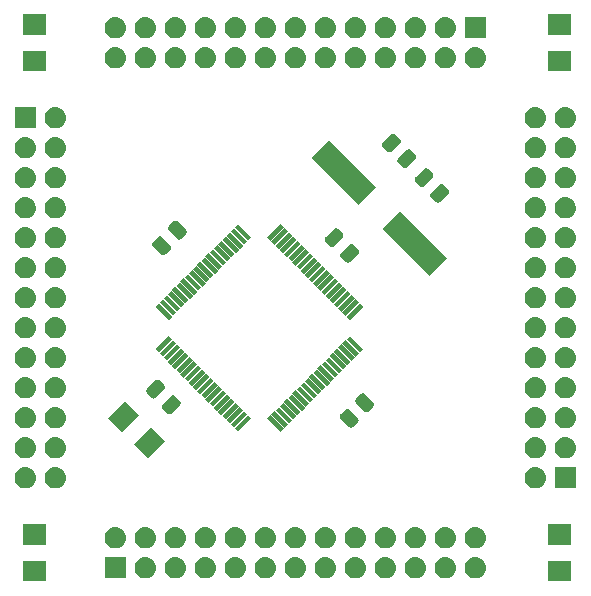
<source format=gbr>
G04 #@! TF.GenerationSoftware,KiCad,Pcbnew,(5.1.2)-2*
G04 #@! TF.CreationDate,2019-10-10T12:38:20+02:00*
G04 #@! TF.ProjectId,PIC18F87K22 MCU Card,50494331-3846-4383-974b-3232204d4355,rev?*
G04 #@! TF.SameCoordinates,Original*
G04 #@! TF.FileFunction,Soldermask,Top*
G04 #@! TF.FilePolarity,Negative*
%FSLAX46Y46*%
G04 Gerber Fmt 4.6, Leading zero omitted, Abs format (unit mm)*
G04 Created by KiCad (PCBNEW (5.1.2)-2) date 2019-10-10 12:38:20*
%MOMM*%
%LPD*%
G04 APERTURE LIST*
%ADD10C,0.100000*%
G04 APERTURE END LIST*
D10*
G36*
X229601000Y-97651000D02*
G01*
X227599000Y-97651000D01*
X227599000Y-95949000D01*
X229601000Y-95949000D01*
X229601000Y-97651000D01*
X229601000Y-97651000D01*
G37*
G36*
X185151000Y-97651000D02*
G01*
X183149000Y-97651000D01*
X183149000Y-95949000D01*
X185151000Y-95949000D01*
X185151000Y-97651000D01*
X185151000Y-97651000D01*
G37*
G36*
X216584627Y-95632037D02*
G01*
X216584630Y-95632038D01*
X216754465Y-95683556D01*
X216910990Y-95767221D01*
X217048185Y-95879815D01*
X217160779Y-96017010D01*
X217244444Y-96173535D01*
X217290070Y-96323947D01*
X217295963Y-96343373D01*
X217313359Y-96520000D01*
X217295963Y-96696627D01*
X217295962Y-96696630D01*
X217244444Y-96866465D01*
X217160779Y-97022990D01*
X217048185Y-97160185D01*
X216910990Y-97272779D01*
X216754465Y-97356444D01*
X216604053Y-97402070D01*
X216584627Y-97407963D01*
X216452258Y-97421000D01*
X216363742Y-97421000D01*
X216231373Y-97407963D01*
X216211947Y-97402070D01*
X216061535Y-97356444D01*
X215905010Y-97272779D01*
X215767815Y-97160185D01*
X215655221Y-97022990D01*
X215571556Y-96866465D01*
X215520038Y-96696630D01*
X215520037Y-96696627D01*
X215502641Y-96520000D01*
X215520037Y-96343373D01*
X215525930Y-96323947D01*
X215571556Y-96173535D01*
X215655221Y-96017010D01*
X215767815Y-95879815D01*
X215905010Y-95767221D01*
X216061535Y-95683556D01*
X216231370Y-95632038D01*
X216231373Y-95632037D01*
X216363742Y-95619000D01*
X216452258Y-95619000D01*
X216584627Y-95632037D01*
X216584627Y-95632037D01*
G37*
G36*
X214044627Y-95632037D02*
G01*
X214044630Y-95632038D01*
X214214465Y-95683556D01*
X214370990Y-95767221D01*
X214508185Y-95879815D01*
X214620779Y-96017010D01*
X214704444Y-96173535D01*
X214750070Y-96323947D01*
X214755963Y-96343373D01*
X214773359Y-96520000D01*
X214755963Y-96696627D01*
X214755962Y-96696630D01*
X214704444Y-96866465D01*
X214620779Y-97022990D01*
X214508185Y-97160185D01*
X214370990Y-97272779D01*
X214214465Y-97356444D01*
X214064053Y-97402070D01*
X214044627Y-97407963D01*
X213912258Y-97421000D01*
X213823742Y-97421000D01*
X213691373Y-97407963D01*
X213671947Y-97402070D01*
X213521535Y-97356444D01*
X213365010Y-97272779D01*
X213227815Y-97160185D01*
X213115221Y-97022990D01*
X213031556Y-96866465D01*
X212980038Y-96696630D01*
X212980037Y-96696627D01*
X212962641Y-96520000D01*
X212980037Y-96343373D01*
X212985930Y-96323947D01*
X213031556Y-96173535D01*
X213115221Y-96017010D01*
X213227815Y-95879815D01*
X213365010Y-95767221D01*
X213521535Y-95683556D01*
X213691370Y-95632038D01*
X213691373Y-95632037D01*
X213823742Y-95619000D01*
X213912258Y-95619000D01*
X214044627Y-95632037D01*
X214044627Y-95632037D01*
G37*
G36*
X201344627Y-95632037D02*
G01*
X201344630Y-95632038D01*
X201514465Y-95683556D01*
X201670990Y-95767221D01*
X201808185Y-95879815D01*
X201920779Y-96017010D01*
X202004444Y-96173535D01*
X202050070Y-96323947D01*
X202055963Y-96343373D01*
X202073359Y-96520000D01*
X202055963Y-96696627D01*
X202055962Y-96696630D01*
X202004444Y-96866465D01*
X201920779Y-97022990D01*
X201808185Y-97160185D01*
X201670990Y-97272779D01*
X201514465Y-97356444D01*
X201364053Y-97402070D01*
X201344627Y-97407963D01*
X201212258Y-97421000D01*
X201123742Y-97421000D01*
X200991373Y-97407963D01*
X200971947Y-97402070D01*
X200821535Y-97356444D01*
X200665010Y-97272779D01*
X200527815Y-97160185D01*
X200415221Y-97022990D01*
X200331556Y-96866465D01*
X200280038Y-96696630D01*
X200280037Y-96696627D01*
X200262641Y-96520000D01*
X200280037Y-96343373D01*
X200285930Y-96323947D01*
X200331556Y-96173535D01*
X200415221Y-96017010D01*
X200527815Y-95879815D01*
X200665010Y-95767221D01*
X200821535Y-95683556D01*
X200991370Y-95632038D01*
X200991373Y-95632037D01*
X201123742Y-95619000D01*
X201212258Y-95619000D01*
X201344627Y-95632037D01*
X201344627Y-95632037D01*
G37*
G36*
X198804627Y-95632037D02*
G01*
X198804630Y-95632038D01*
X198974465Y-95683556D01*
X199130990Y-95767221D01*
X199268185Y-95879815D01*
X199380779Y-96017010D01*
X199464444Y-96173535D01*
X199510070Y-96323947D01*
X199515963Y-96343373D01*
X199533359Y-96520000D01*
X199515963Y-96696627D01*
X199515962Y-96696630D01*
X199464444Y-96866465D01*
X199380779Y-97022990D01*
X199268185Y-97160185D01*
X199130990Y-97272779D01*
X198974465Y-97356444D01*
X198824053Y-97402070D01*
X198804627Y-97407963D01*
X198672258Y-97421000D01*
X198583742Y-97421000D01*
X198451373Y-97407963D01*
X198431947Y-97402070D01*
X198281535Y-97356444D01*
X198125010Y-97272779D01*
X197987815Y-97160185D01*
X197875221Y-97022990D01*
X197791556Y-96866465D01*
X197740038Y-96696630D01*
X197740037Y-96696627D01*
X197722641Y-96520000D01*
X197740037Y-96343373D01*
X197745930Y-96323947D01*
X197791556Y-96173535D01*
X197875221Y-96017010D01*
X197987815Y-95879815D01*
X198125010Y-95767221D01*
X198281535Y-95683556D01*
X198451370Y-95632038D01*
X198451373Y-95632037D01*
X198583742Y-95619000D01*
X198672258Y-95619000D01*
X198804627Y-95632037D01*
X198804627Y-95632037D01*
G37*
G36*
X203884627Y-95632037D02*
G01*
X203884630Y-95632038D01*
X204054465Y-95683556D01*
X204210990Y-95767221D01*
X204348185Y-95879815D01*
X204460779Y-96017010D01*
X204544444Y-96173535D01*
X204590070Y-96323947D01*
X204595963Y-96343373D01*
X204613359Y-96520000D01*
X204595963Y-96696627D01*
X204595962Y-96696630D01*
X204544444Y-96866465D01*
X204460779Y-97022990D01*
X204348185Y-97160185D01*
X204210990Y-97272779D01*
X204054465Y-97356444D01*
X203904053Y-97402070D01*
X203884627Y-97407963D01*
X203752258Y-97421000D01*
X203663742Y-97421000D01*
X203531373Y-97407963D01*
X203511947Y-97402070D01*
X203361535Y-97356444D01*
X203205010Y-97272779D01*
X203067815Y-97160185D01*
X202955221Y-97022990D01*
X202871556Y-96866465D01*
X202820038Y-96696630D01*
X202820037Y-96696627D01*
X202802641Y-96520000D01*
X202820037Y-96343373D01*
X202825930Y-96323947D01*
X202871556Y-96173535D01*
X202955221Y-96017010D01*
X203067815Y-95879815D01*
X203205010Y-95767221D01*
X203361535Y-95683556D01*
X203531370Y-95632038D01*
X203531373Y-95632037D01*
X203663742Y-95619000D01*
X203752258Y-95619000D01*
X203884627Y-95632037D01*
X203884627Y-95632037D01*
G37*
G36*
X211504627Y-95632037D02*
G01*
X211504630Y-95632038D01*
X211674465Y-95683556D01*
X211830990Y-95767221D01*
X211968185Y-95879815D01*
X212080779Y-96017010D01*
X212164444Y-96173535D01*
X212210070Y-96323947D01*
X212215963Y-96343373D01*
X212233359Y-96520000D01*
X212215963Y-96696627D01*
X212215962Y-96696630D01*
X212164444Y-96866465D01*
X212080779Y-97022990D01*
X211968185Y-97160185D01*
X211830990Y-97272779D01*
X211674465Y-97356444D01*
X211524053Y-97402070D01*
X211504627Y-97407963D01*
X211372258Y-97421000D01*
X211283742Y-97421000D01*
X211151373Y-97407963D01*
X211131947Y-97402070D01*
X210981535Y-97356444D01*
X210825010Y-97272779D01*
X210687815Y-97160185D01*
X210575221Y-97022990D01*
X210491556Y-96866465D01*
X210440038Y-96696630D01*
X210440037Y-96696627D01*
X210422641Y-96520000D01*
X210440037Y-96343373D01*
X210445930Y-96323947D01*
X210491556Y-96173535D01*
X210575221Y-96017010D01*
X210687815Y-95879815D01*
X210825010Y-95767221D01*
X210981535Y-95683556D01*
X211151370Y-95632038D01*
X211151373Y-95632037D01*
X211283742Y-95619000D01*
X211372258Y-95619000D01*
X211504627Y-95632037D01*
X211504627Y-95632037D01*
G37*
G36*
X196264627Y-95632037D02*
G01*
X196264630Y-95632038D01*
X196434465Y-95683556D01*
X196590990Y-95767221D01*
X196728185Y-95879815D01*
X196840779Y-96017010D01*
X196924444Y-96173535D01*
X196970070Y-96323947D01*
X196975963Y-96343373D01*
X196993359Y-96520000D01*
X196975963Y-96696627D01*
X196975962Y-96696630D01*
X196924444Y-96866465D01*
X196840779Y-97022990D01*
X196728185Y-97160185D01*
X196590990Y-97272779D01*
X196434465Y-97356444D01*
X196284053Y-97402070D01*
X196264627Y-97407963D01*
X196132258Y-97421000D01*
X196043742Y-97421000D01*
X195911373Y-97407963D01*
X195891947Y-97402070D01*
X195741535Y-97356444D01*
X195585010Y-97272779D01*
X195447815Y-97160185D01*
X195335221Y-97022990D01*
X195251556Y-96866465D01*
X195200038Y-96696630D01*
X195200037Y-96696627D01*
X195182641Y-96520000D01*
X195200037Y-96343373D01*
X195205930Y-96323947D01*
X195251556Y-96173535D01*
X195335221Y-96017010D01*
X195447815Y-95879815D01*
X195585010Y-95767221D01*
X195741535Y-95683556D01*
X195911370Y-95632038D01*
X195911373Y-95632037D01*
X196043742Y-95619000D01*
X196132258Y-95619000D01*
X196264627Y-95632037D01*
X196264627Y-95632037D01*
G37*
G36*
X208964627Y-95632037D02*
G01*
X208964630Y-95632038D01*
X209134465Y-95683556D01*
X209290990Y-95767221D01*
X209428185Y-95879815D01*
X209540779Y-96017010D01*
X209624444Y-96173535D01*
X209670070Y-96323947D01*
X209675963Y-96343373D01*
X209693359Y-96520000D01*
X209675963Y-96696627D01*
X209675962Y-96696630D01*
X209624444Y-96866465D01*
X209540779Y-97022990D01*
X209428185Y-97160185D01*
X209290990Y-97272779D01*
X209134465Y-97356444D01*
X208984053Y-97402070D01*
X208964627Y-97407963D01*
X208832258Y-97421000D01*
X208743742Y-97421000D01*
X208611373Y-97407963D01*
X208591947Y-97402070D01*
X208441535Y-97356444D01*
X208285010Y-97272779D01*
X208147815Y-97160185D01*
X208035221Y-97022990D01*
X207951556Y-96866465D01*
X207900038Y-96696630D01*
X207900037Y-96696627D01*
X207882641Y-96520000D01*
X207900037Y-96343373D01*
X207905930Y-96323947D01*
X207951556Y-96173535D01*
X208035221Y-96017010D01*
X208147815Y-95879815D01*
X208285010Y-95767221D01*
X208441535Y-95683556D01*
X208611370Y-95632038D01*
X208611373Y-95632037D01*
X208743742Y-95619000D01*
X208832258Y-95619000D01*
X208964627Y-95632037D01*
X208964627Y-95632037D01*
G37*
G36*
X206424627Y-95632037D02*
G01*
X206424630Y-95632038D01*
X206594465Y-95683556D01*
X206750990Y-95767221D01*
X206888185Y-95879815D01*
X207000779Y-96017010D01*
X207084444Y-96173535D01*
X207130070Y-96323947D01*
X207135963Y-96343373D01*
X207153359Y-96520000D01*
X207135963Y-96696627D01*
X207135962Y-96696630D01*
X207084444Y-96866465D01*
X207000779Y-97022990D01*
X206888185Y-97160185D01*
X206750990Y-97272779D01*
X206594465Y-97356444D01*
X206444053Y-97402070D01*
X206424627Y-97407963D01*
X206292258Y-97421000D01*
X206203742Y-97421000D01*
X206071373Y-97407963D01*
X206051947Y-97402070D01*
X205901535Y-97356444D01*
X205745010Y-97272779D01*
X205607815Y-97160185D01*
X205495221Y-97022990D01*
X205411556Y-96866465D01*
X205360038Y-96696630D01*
X205360037Y-96696627D01*
X205342641Y-96520000D01*
X205360037Y-96343373D01*
X205365930Y-96323947D01*
X205411556Y-96173535D01*
X205495221Y-96017010D01*
X205607815Y-95879815D01*
X205745010Y-95767221D01*
X205901535Y-95683556D01*
X206071370Y-95632038D01*
X206071373Y-95632037D01*
X206203742Y-95619000D01*
X206292258Y-95619000D01*
X206424627Y-95632037D01*
X206424627Y-95632037D01*
G37*
G36*
X193724627Y-95632037D02*
G01*
X193724630Y-95632038D01*
X193894465Y-95683556D01*
X194050990Y-95767221D01*
X194188185Y-95879815D01*
X194300779Y-96017010D01*
X194384444Y-96173535D01*
X194430070Y-96323947D01*
X194435963Y-96343373D01*
X194453359Y-96520000D01*
X194435963Y-96696627D01*
X194435962Y-96696630D01*
X194384444Y-96866465D01*
X194300779Y-97022990D01*
X194188185Y-97160185D01*
X194050990Y-97272779D01*
X193894465Y-97356444D01*
X193744053Y-97402070D01*
X193724627Y-97407963D01*
X193592258Y-97421000D01*
X193503742Y-97421000D01*
X193371373Y-97407963D01*
X193351947Y-97402070D01*
X193201535Y-97356444D01*
X193045010Y-97272779D01*
X192907815Y-97160185D01*
X192795221Y-97022990D01*
X192711556Y-96866465D01*
X192660038Y-96696630D01*
X192660037Y-96696627D01*
X192642641Y-96520000D01*
X192660037Y-96343373D01*
X192665930Y-96323947D01*
X192711556Y-96173535D01*
X192795221Y-96017010D01*
X192907815Y-95879815D01*
X193045010Y-95767221D01*
X193201535Y-95683556D01*
X193371370Y-95632038D01*
X193371373Y-95632037D01*
X193503742Y-95619000D01*
X193592258Y-95619000D01*
X193724627Y-95632037D01*
X193724627Y-95632037D01*
G37*
G36*
X191909000Y-97421000D02*
G01*
X190107000Y-97421000D01*
X190107000Y-95619000D01*
X191909000Y-95619000D01*
X191909000Y-97421000D01*
X191909000Y-97421000D01*
G37*
G36*
X221664627Y-95632037D02*
G01*
X221664630Y-95632038D01*
X221834465Y-95683556D01*
X221990990Y-95767221D01*
X222128185Y-95879815D01*
X222240779Y-96017010D01*
X222324444Y-96173535D01*
X222370070Y-96323947D01*
X222375963Y-96343373D01*
X222393359Y-96520000D01*
X222375963Y-96696627D01*
X222375962Y-96696630D01*
X222324444Y-96866465D01*
X222240779Y-97022990D01*
X222128185Y-97160185D01*
X221990990Y-97272779D01*
X221834465Y-97356444D01*
X221684053Y-97402070D01*
X221664627Y-97407963D01*
X221532258Y-97421000D01*
X221443742Y-97421000D01*
X221311373Y-97407963D01*
X221291947Y-97402070D01*
X221141535Y-97356444D01*
X220985010Y-97272779D01*
X220847815Y-97160185D01*
X220735221Y-97022990D01*
X220651556Y-96866465D01*
X220600038Y-96696630D01*
X220600037Y-96696627D01*
X220582641Y-96520000D01*
X220600037Y-96343373D01*
X220605930Y-96323947D01*
X220651556Y-96173535D01*
X220735221Y-96017010D01*
X220847815Y-95879815D01*
X220985010Y-95767221D01*
X221141535Y-95683556D01*
X221311370Y-95632038D01*
X221311373Y-95632037D01*
X221443742Y-95619000D01*
X221532258Y-95619000D01*
X221664627Y-95632037D01*
X221664627Y-95632037D01*
G37*
G36*
X219124627Y-95632037D02*
G01*
X219124630Y-95632038D01*
X219294465Y-95683556D01*
X219450990Y-95767221D01*
X219588185Y-95879815D01*
X219700779Y-96017010D01*
X219784444Y-96173535D01*
X219830070Y-96323947D01*
X219835963Y-96343373D01*
X219853359Y-96520000D01*
X219835963Y-96696627D01*
X219835962Y-96696630D01*
X219784444Y-96866465D01*
X219700779Y-97022990D01*
X219588185Y-97160185D01*
X219450990Y-97272779D01*
X219294465Y-97356444D01*
X219144053Y-97402070D01*
X219124627Y-97407963D01*
X218992258Y-97421000D01*
X218903742Y-97421000D01*
X218771373Y-97407963D01*
X218751947Y-97402070D01*
X218601535Y-97356444D01*
X218445010Y-97272779D01*
X218307815Y-97160185D01*
X218195221Y-97022990D01*
X218111556Y-96866465D01*
X218060038Y-96696630D01*
X218060037Y-96696627D01*
X218042641Y-96520000D01*
X218060037Y-96343373D01*
X218065930Y-96323947D01*
X218111556Y-96173535D01*
X218195221Y-96017010D01*
X218307815Y-95879815D01*
X218445010Y-95767221D01*
X218601535Y-95683556D01*
X218771370Y-95632038D01*
X218771373Y-95632037D01*
X218903742Y-95619000D01*
X218992258Y-95619000D01*
X219124627Y-95632037D01*
X219124627Y-95632037D01*
G37*
G36*
X219124627Y-93092037D02*
G01*
X219124630Y-93092038D01*
X219294465Y-93143556D01*
X219450990Y-93227221D01*
X219588185Y-93339815D01*
X219700779Y-93477010D01*
X219784444Y-93633535D01*
X219830070Y-93783947D01*
X219835963Y-93803373D01*
X219853359Y-93980000D01*
X219835963Y-94156627D01*
X219835962Y-94156630D01*
X219784444Y-94326465D01*
X219700779Y-94482990D01*
X219588185Y-94620185D01*
X219450990Y-94732779D01*
X219294465Y-94816444D01*
X219144053Y-94862070D01*
X219124627Y-94867963D01*
X218992258Y-94881000D01*
X218903742Y-94881000D01*
X218771373Y-94867963D01*
X218751947Y-94862070D01*
X218601535Y-94816444D01*
X218445010Y-94732779D01*
X218307815Y-94620185D01*
X218195221Y-94482990D01*
X218111556Y-94326465D01*
X218060038Y-94156630D01*
X218060037Y-94156627D01*
X218042641Y-93980000D01*
X218060037Y-93803373D01*
X218065930Y-93783947D01*
X218111556Y-93633535D01*
X218195221Y-93477010D01*
X218307815Y-93339815D01*
X218445010Y-93227221D01*
X218601535Y-93143556D01*
X218771370Y-93092038D01*
X218771373Y-93092037D01*
X218903742Y-93079000D01*
X218992258Y-93079000D01*
X219124627Y-93092037D01*
X219124627Y-93092037D01*
G37*
G36*
X216584627Y-93092037D02*
G01*
X216584630Y-93092038D01*
X216754465Y-93143556D01*
X216910990Y-93227221D01*
X217048185Y-93339815D01*
X217160779Y-93477010D01*
X217244444Y-93633535D01*
X217290070Y-93783947D01*
X217295963Y-93803373D01*
X217313359Y-93980000D01*
X217295963Y-94156627D01*
X217295962Y-94156630D01*
X217244444Y-94326465D01*
X217160779Y-94482990D01*
X217048185Y-94620185D01*
X216910990Y-94732779D01*
X216754465Y-94816444D01*
X216604053Y-94862070D01*
X216584627Y-94867963D01*
X216452258Y-94881000D01*
X216363742Y-94881000D01*
X216231373Y-94867963D01*
X216211947Y-94862070D01*
X216061535Y-94816444D01*
X215905010Y-94732779D01*
X215767815Y-94620185D01*
X215655221Y-94482990D01*
X215571556Y-94326465D01*
X215520038Y-94156630D01*
X215520037Y-94156627D01*
X215502641Y-93980000D01*
X215520037Y-93803373D01*
X215525930Y-93783947D01*
X215571556Y-93633535D01*
X215655221Y-93477010D01*
X215767815Y-93339815D01*
X215905010Y-93227221D01*
X216061535Y-93143556D01*
X216231370Y-93092038D01*
X216231373Y-93092037D01*
X216363742Y-93079000D01*
X216452258Y-93079000D01*
X216584627Y-93092037D01*
X216584627Y-93092037D01*
G37*
G36*
X214044627Y-93092037D02*
G01*
X214044630Y-93092038D01*
X214214465Y-93143556D01*
X214370990Y-93227221D01*
X214508185Y-93339815D01*
X214620779Y-93477010D01*
X214704444Y-93633535D01*
X214750070Y-93783947D01*
X214755963Y-93803373D01*
X214773359Y-93980000D01*
X214755963Y-94156627D01*
X214755962Y-94156630D01*
X214704444Y-94326465D01*
X214620779Y-94482990D01*
X214508185Y-94620185D01*
X214370990Y-94732779D01*
X214214465Y-94816444D01*
X214064053Y-94862070D01*
X214044627Y-94867963D01*
X213912258Y-94881000D01*
X213823742Y-94881000D01*
X213691373Y-94867963D01*
X213671947Y-94862070D01*
X213521535Y-94816444D01*
X213365010Y-94732779D01*
X213227815Y-94620185D01*
X213115221Y-94482990D01*
X213031556Y-94326465D01*
X212980038Y-94156630D01*
X212980037Y-94156627D01*
X212962641Y-93980000D01*
X212980037Y-93803373D01*
X212985930Y-93783947D01*
X213031556Y-93633535D01*
X213115221Y-93477010D01*
X213227815Y-93339815D01*
X213365010Y-93227221D01*
X213521535Y-93143556D01*
X213691370Y-93092038D01*
X213691373Y-93092037D01*
X213823742Y-93079000D01*
X213912258Y-93079000D01*
X214044627Y-93092037D01*
X214044627Y-93092037D01*
G37*
G36*
X211504627Y-93092037D02*
G01*
X211504630Y-93092038D01*
X211674465Y-93143556D01*
X211830990Y-93227221D01*
X211968185Y-93339815D01*
X212080779Y-93477010D01*
X212164444Y-93633535D01*
X212210070Y-93783947D01*
X212215963Y-93803373D01*
X212233359Y-93980000D01*
X212215963Y-94156627D01*
X212215962Y-94156630D01*
X212164444Y-94326465D01*
X212080779Y-94482990D01*
X211968185Y-94620185D01*
X211830990Y-94732779D01*
X211674465Y-94816444D01*
X211524053Y-94862070D01*
X211504627Y-94867963D01*
X211372258Y-94881000D01*
X211283742Y-94881000D01*
X211151373Y-94867963D01*
X211131947Y-94862070D01*
X210981535Y-94816444D01*
X210825010Y-94732779D01*
X210687815Y-94620185D01*
X210575221Y-94482990D01*
X210491556Y-94326465D01*
X210440038Y-94156630D01*
X210440037Y-94156627D01*
X210422641Y-93980000D01*
X210440037Y-93803373D01*
X210445930Y-93783947D01*
X210491556Y-93633535D01*
X210575221Y-93477010D01*
X210687815Y-93339815D01*
X210825010Y-93227221D01*
X210981535Y-93143556D01*
X211151370Y-93092038D01*
X211151373Y-93092037D01*
X211283742Y-93079000D01*
X211372258Y-93079000D01*
X211504627Y-93092037D01*
X211504627Y-93092037D01*
G37*
G36*
X191184627Y-93092037D02*
G01*
X191184630Y-93092038D01*
X191354465Y-93143556D01*
X191510990Y-93227221D01*
X191648185Y-93339815D01*
X191760779Y-93477010D01*
X191844444Y-93633535D01*
X191890070Y-93783947D01*
X191895963Y-93803373D01*
X191913359Y-93980000D01*
X191895963Y-94156627D01*
X191895962Y-94156630D01*
X191844444Y-94326465D01*
X191760779Y-94482990D01*
X191648185Y-94620185D01*
X191510990Y-94732779D01*
X191354465Y-94816444D01*
X191204053Y-94862070D01*
X191184627Y-94867963D01*
X191052258Y-94881000D01*
X190963742Y-94881000D01*
X190831373Y-94867963D01*
X190811947Y-94862070D01*
X190661535Y-94816444D01*
X190505010Y-94732779D01*
X190367815Y-94620185D01*
X190255221Y-94482990D01*
X190171556Y-94326465D01*
X190120038Y-94156630D01*
X190120037Y-94156627D01*
X190102641Y-93980000D01*
X190120037Y-93803373D01*
X190125930Y-93783947D01*
X190171556Y-93633535D01*
X190255221Y-93477010D01*
X190367815Y-93339815D01*
X190505010Y-93227221D01*
X190661535Y-93143556D01*
X190831370Y-93092038D01*
X190831373Y-93092037D01*
X190963742Y-93079000D01*
X191052258Y-93079000D01*
X191184627Y-93092037D01*
X191184627Y-93092037D01*
G37*
G36*
X196264627Y-93092037D02*
G01*
X196264630Y-93092038D01*
X196434465Y-93143556D01*
X196590990Y-93227221D01*
X196728185Y-93339815D01*
X196840779Y-93477010D01*
X196924444Y-93633535D01*
X196970070Y-93783947D01*
X196975963Y-93803373D01*
X196993359Y-93980000D01*
X196975963Y-94156627D01*
X196975962Y-94156630D01*
X196924444Y-94326465D01*
X196840779Y-94482990D01*
X196728185Y-94620185D01*
X196590990Y-94732779D01*
X196434465Y-94816444D01*
X196284053Y-94862070D01*
X196264627Y-94867963D01*
X196132258Y-94881000D01*
X196043742Y-94881000D01*
X195911373Y-94867963D01*
X195891947Y-94862070D01*
X195741535Y-94816444D01*
X195585010Y-94732779D01*
X195447815Y-94620185D01*
X195335221Y-94482990D01*
X195251556Y-94326465D01*
X195200038Y-94156630D01*
X195200037Y-94156627D01*
X195182641Y-93980000D01*
X195200037Y-93803373D01*
X195205930Y-93783947D01*
X195251556Y-93633535D01*
X195335221Y-93477010D01*
X195447815Y-93339815D01*
X195585010Y-93227221D01*
X195741535Y-93143556D01*
X195911370Y-93092038D01*
X195911373Y-93092037D01*
X196043742Y-93079000D01*
X196132258Y-93079000D01*
X196264627Y-93092037D01*
X196264627Y-93092037D01*
G37*
G36*
X201344627Y-93092037D02*
G01*
X201344630Y-93092038D01*
X201514465Y-93143556D01*
X201670990Y-93227221D01*
X201808185Y-93339815D01*
X201920779Y-93477010D01*
X202004444Y-93633535D01*
X202050070Y-93783947D01*
X202055963Y-93803373D01*
X202073359Y-93980000D01*
X202055963Y-94156627D01*
X202055962Y-94156630D01*
X202004444Y-94326465D01*
X201920779Y-94482990D01*
X201808185Y-94620185D01*
X201670990Y-94732779D01*
X201514465Y-94816444D01*
X201364053Y-94862070D01*
X201344627Y-94867963D01*
X201212258Y-94881000D01*
X201123742Y-94881000D01*
X200991373Y-94867963D01*
X200971947Y-94862070D01*
X200821535Y-94816444D01*
X200665010Y-94732779D01*
X200527815Y-94620185D01*
X200415221Y-94482990D01*
X200331556Y-94326465D01*
X200280038Y-94156630D01*
X200280037Y-94156627D01*
X200262641Y-93980000D01*
X200280037Y-93803373D01*
X200285930Y-93783947D01*
X200331556Y-93633535D01*
X200415221Y-93477010D01*
X200527815Y-93339815D01*
X200665010Y-93227221D01*
X200821535Y-93143556D01*
X200991370Y-93092038D01*
X200991373Y-93092037D01*
X201123742Y-93079000D01*
X201212258Y-93079000D01*
X201344627Y-93092037D01*
X201344627Y-93092037D01*
G37*
G36*
X203884627Y-93092037D02*
G01*
X203884630Y-93092038D01*
X204054465Y-93143556D01*
X204210990Y-93227221D01*
X204348185Y-93339815D01*
X204460779Y-93477010D01*
X204544444Y-93633535D01*
X204590070Y-93783947D01*
X204595963Y-93803373D01*
X204613359Y-93980000D01*
X204595963Y-94156627D01*
X204595962Y-94156630D01*
X204544444Y-94326465D01*
X204460779Y-94482990D01*
X204348185Y-94620185D01*
X204210990Y-94732779D01*
X204054465Y-94816444D01*
X203904053Y-94862070D01*
X203884627Y-94867963D01*
X203752258Y-94881000D01*
X203663742Y-94881000D01*
X203531373Y-94867963D01*
X203511947Y-94862070D01*
X203361535Y-94816444D01*
X203205010Y-94732779D01*
X203067815Y-94620185D01*
X202955221Y-94482990D01*
X202871556Y-94326465D01*
X202820038Y-94156630D01*
X202820037Y-94156627D01*
X202802641Y-93980000D01*
X202820037Y-93803373D01*
X202825930Y-93783947D01*
X202871556Y-93633535D01*
X202955221Y-93477010D01*
X203067815Y-93339815D01*
X203205010Y-93227221D01*
X203361535Y-93143556D01*
X203531370Y-93092038D01*
X203531373Y-93092037D01*
X203663742Y-93079000D01*
X203752258Y-93079000D01*
X203884627Y-93092037D01*
X203884627Y-93092037D01*
G37*
G36*
X208964627Y-93092037D02*
G01*
X208964630Y-93092038D01*
X209134465Y-93143556D01*
X209290990Y-93227221D01*
X209428185Y-93339815D01*
X209540779Y-93477010D01*
X209624444Y-93633535D01*
X209670070Y-93783947D01*
X209675963Y-93803373D01*
X209693359Y-93980000D01*
X209675963Y-94156627D01*
X209675962Y-94156630D01*
X209624444Y-94326465D01*
X209540779Y-94482990D01*
X209428185Y-94620185D01*
X209290990Y-94732779D01*
X209134465Y-94816444D01*
X208984053Y-94862070D01*
X208964627Y-94867963D01*
X208832258Y-94881000D01*
X208743742Y-94881000D01*
X208611373Y-94867963D01*
X208591947Y-94862070D01*
X208441535Y-94816444D01*
X208285010Y-94732779D01*
X208147815Y-94620185D01*
X208035221Y-94482990D01*
X207951556Y-94326465D01*
X207900038Y-94156630D01*
X207900037Y-94156627D01*
X207882641Y-93980000D01*
X207900037Y-93803373D01*
X207905930Y-93783947D01*
X207951556Y-93633535D01*
X208035221Y-93477010D01*
X208147815Y-93339815D01*
X208285010Y-93227221D01*
X208441535Y-93143556D01*
X208611370Y-93092038D01*
X208611373Y-93092037D01*
X208743742Y-93079000D01*
X208832258Y-93079000D01*
X208964627Y-93092037D01*
X208964627Y-93092037D01*
G37*
G36*
X198804627Y-93092037D02*
G01*
X198804630Y-93092038D01*
X198974465Y-93143556D01*
X199130990Y-93227221D01*
X199268185Y-93339815D01*
X199380779Y-93477010D01*
X199464444Y-93633535D01*
X199510070Y-93783947D01*
X199515963Y-93803373D01*
X199533359Y-93980000D01*
X199515963Y-94156627D01*
X199515962Y-94156630D01*
X199464444Y-94326465D01*
X199380779Y-94482990D01*
X199268185Y-94620185D01*
X199130990Y-94732779D01*
X198974465Y-94816444D01*
X198824053Y-94862070D01*
X198804627Y-94867963D01*
X198672258Y-94881000D01*
X198583742Y-94881000D01*
X198451373Y-94867963D01*
X198431947Y-94862070D01*
X198281535Y-94816444D01*
X198125010Y-94732779D01*
X197987815Y-94620185D01*
X197875221Y-94482990D01*
X197791556Y-94326465D01*
X197740038Y-94156630D01*
X197740037Y-94156627D01*
X197722641Y-93980000D01*
X197740037Y-93803373D01*
X197745930Y-93783947D01*
X197791556Y-93633535D01*
X197875221Y-93477010D01*
X197987815Y-93339815D01*
X198125010Y-93227221D01*
X198281535Y-93143556D01*
X198451370Y-93092038D01*
X198451373Y-93092037D01*
X198583742Y-93079000D01*
X198672258Y-93079000D01*
X198804627Y-93092037D01*
X198804627Y-93092037D01*
G37*
G36*
X206424627Y-93092037D02*
G01*
X206424630Y-93092038D01*
X206594465Y-93143556D01*
X206750990Y-93227221D01*
X206888185Y-93339815D01*
X207000779Y-93477010D01*
X207084444Y-93633535D01*
X207130070Y-93783947D01*
X207135963Y-93803373D01*
X207153359Y-93980000D01*
X207135963Y-94156627D01*
X207135962Y-94156630D01*
X207084444Y-94326465D01*
X207000779Y-94482990D01*
X206888185Y-94620185D01*
X206750990Y-94732779D01*
X206594465Y-94816444D01*
X206444053Y-94862070D01*
X206424627Y-94867963D01*
X206292258Y-94881000D01*
X206203742Y-94881000D01*
X206071373Y-94867963D01*
X206051947Y-94862070D01*
X205901535Y-94816444D01*
X205745010Y-94732779D01*
X205607815Y-94620185D01*
X205495221Y-94482990D01*
X205411556Y-94326465D01*
X205360038Y-94156630D01*
X205360037Y-94156627D01*
X205342641Y-93980000D01*
X205360037Y-93803373D01*
X205365930Y-93783947D01*
X205411556Y-93633535D01*
X205495221Y-93477010D01*
X205607815Y-93339815D01*
X205745010Y-93227221D01*
X205901535Y-93143556D01*
X206071370Y-93092038D01*
X206071373Y-93092037D01*
X206203742Y-93079000D01*
X206292258Y-93079000D01*
X206424627Y-93092037D01*
X206424627Y-93092037D01*
G37*
G36*
X221664627Y-93092037D02*
G01*
X221664630Y-93092038D01*
X221834465Y-93143556D01*
X221990990Y-93227221D01*
X222128185Y-93339815D01*
X222240779Y-93477010D01*
X222324444Y-93633535D01*
X222370070Y-93783947D01*
X222375963Y-93803373D01*
X222393359Y-93980000D01*
X222375963Y-94156627D01*
X222375962Y-94156630D01*
X222324444Y-94326465D01*
X222240779Y-94482990D01*
X222128185Y-94620185D01*
X221990990Y-94732779D01*
X221834465Y-94816444D01*
X221684053Y-94862070D01*
X221664627Y-94867963D01*
X221532258Y-94881000D01*
X221443742Y-94881000D01*
X221311373Y-94867963D01*
X221291947Y-94862070D01*
X221141535Y-94816444D01*
X220985010Y-94732779D01*
X220847815Y-94620185D01*
X220735221Y-94482990D01*
X220651556Y-94326465D01*
X220600038Y-94156630D01*
X220600037Y-94156627D01*
X220582641Y-93980000D01*
X220600037Y-93803373D01*
X220605930Y-93783947D01*
X220651556Y-93633535D01*
X220735221Y-93477010D01*
X220847815Y-93339815D01*
X220985010Y-93227221D01*
X221141535Y-93143556D01*
X221311370Y-93092038D01*
X221311373Y-93092037D01*
X221443742Y-93079000D01*
X221532258Y-93079000D01*
X221664627Y-93092037D01*
X221664627Y-93092037D01*
G37*
G36*
X193724627Y-93092037D02*
G01*
X193724630Y-93092038D01*
X193894465Y-93143556D01*
X194050990Y-93227221D01*
X194188185Y-93339815D01*
X194300779Y-93477010D01*
X194384444Y-93633535D01*
X194430070Y-93783947D01*
X194435963Y-93803373D01*
X194453359Y-93980000D01*
X194435963Y-94156627D01*
X194435962Y-94156630D01*
X194384444Y-94326465D01*
X194300779Y-94482990D01*
X194188185Y-94620185D01*
X194050990Y-94732779D01*
X193894465Y-94816444D01*
X193744053Y-94862070D01*
X193724627Y-94867963D01*
X193592258Y-94881000D01*
X193503742Y-94881000D01*
X193371373Y-94867963D01*
X193351947Y-94862070D01*
X193201535Y-94816444D01*
X193045010Y-94732779D01*
X192907815Y-94620185D01*
X192795221Y-94482990D01*
X192711556Y-94326465D01*
X192660038Y-94156630D01*
X192660037Y-94156627D01*
X192642641Y-93980000D01*
X192660037Y-93803373D01*
X192665930Y-93783947D01*
X192711556Y-93633535D01*
X192795221Y-93477010D01*
X192907815Y-93339815D01*
X193045010Y-93227221D01*
X193201535Y-93143556D01*
X193371370Y-93092038D01*
X193371373Y-93092037D01*
X193503742Y-93079000D01*
X193592258Y-93079000D01*
X193724627Y-93092037D01*
X193724627Y-93092037D01*
G37*
G36*
X185151000Y-94551000D02*
G01*
X183149000Y-94551000D01*
X183149000Y-92849000D01*
X185151000Y-92849000D01*
X185151000Y-94551000D01*
X185151000Y-94551000D01*
G37*
G36*
X229601000Y-94551000D02*
G01*
X227599000Y-94551000D01*
X227599000Y-92849000D01*
X229601000Y-92849000D01*
X229601000Y-94551000D01*
X229601000Y-94551000D01*
G37*
G36*
X183564627Y-88012037D02*
G01*
X183564630Y-88012038D01*
X183734465Y-88063556D01*
X183890990Y-88147221D01*
X184028185Y-88259815D01*
X184140779Y-88397010D01*
X184224444Y-88553535D01*
X184270070Y-88703947D01*
X184275963Y-88723373D01*
X184293359Y-88900000D01*
X184275963Y-89076627D01*
X184275962Y-89076630D01*
X184224444Y-89246465D01*
X184140779Y-89402990D01*
X184028185Y-89540185D01*
X183890990Y-89652779D01*
X183734465Y-89736444D01*
X183584053Y-89782070D01*
X183564627Y-89787963D01*
X183432258Y-89801000D01*
X183343742Y-89801000D01*
X183211373Y-89787963D01*
X183191947Y-89782070D01*
X183041535Y-89736444D01*
X182885010Y-89652779D01*
X182747815Y-89540185D01*
X182635221Y-89402990D01*
X182551556Y-89246465D01*
X182500038Y-89076630D01*
X182500037Y-89076627D01*
X182482641Y-88900000D01*
X182500037Y-88723373D01*
X182505930Y-88703947D01*
X182551556Y-88553535D01*
X182635221Y-88397010D01*
X182747815Y-88259815D01*
X182885010Y-88147221D01*
X183041535Y-88063556D01*
X183211370Y-88012038D01*
X183211373Y-88012037D01*
X183343742Y-87999000D01*
X183432258Y-87999000D01*
X183564627Y-88012037D01*
X183564627Y-88012037D01*
G37*
G36*
X230009000Y-89801000D02*
G01*
X228207000Y-89801000D01*
X228207000Y-87999000D01*
X230009000Y-87999000D01*
X230009000Y-89801000D01*
X230009000Y-89801000D01*
G37*
G36*
X186104627Y-88012037D02*
G01*
X186104630Y-88012038D01*
X186274465Y-88063556D01*
X186430990Y-88147221D01*
X186568185Y-88259815D01*
X186680779Y-88397010D01*
X186764444Y-88553535D01*
X186810070Y-88703947D01*
X186815963Y-88723373D01*
X186833359Y-88900000D01*
X186815963Y-89076627D01*
X186815962Y-89076630D01*
X186764444Y-89246465D01*
X186680779Y-89402990D01*
X186568185Y-89540185D01*
X186430990Y-89652779D01*
X186274465Y-89736444D01*
X186124053Y-89782070D01*
X186104627Y-89787963D01*
X185972258Y-89801000D01*
X185883742Y-89801000D01*
X185751373Y-89787963D01*
X185731947Y-89782070D01*
X185581535Y-89736444D01*
X185425010Y-89652779D01*
X185287815Y-89540185D01*
X185175221Y-89402990D01*
X185091556Y-89246465D01*
X185040038Y-89076630D01*
X185040037Y-89076627D01*
X185022641Y-88900000D01*
X185040037Y-88723373D01*
X185045930Y-88703947D01*
X185091556Y-88553535D01*
X185175221Y-88397010D01*
X185287815Y-88259815D01*
X185425010Y-88147221D01*
X185581535Y-88063556D01*
X185751370Y-88012038D01*
X185751373Y-88012037D01*
X185883742Y-87999000D01*
X185972258Y-87999000D01*
X186104627Y-88012037D01*
X186104627Y-88012037D01*
G37*
G36*
X226744627Y-88012037D02*
G01*
X226744630Y-88012038D01*
X226914465Y-88063556D01*
X227070990Y-88147221D01*
X227208185Y-88259815D01*
X227320779Y-88397010D01*
X227404444Y-88553535D01*
X227450070Y-88703947D01*
X227455963Y-88723373D01*
X227473359Y-88900000D01*
X227455963Y-89076627D01*
X227455962Y-89076630D01*
X227404444Y-89246465D01*
X227320779Y-89402990D01*
X227208185Y-89540185D01*
X227070990Y-89652779D01*
X226914465Y-89736444D01*
X226764053Y-89782070D01*
X226744627Y-89787963D01*
X226612258Y-89801000D01*
X226523742Y-89801000D01*
X226391373Y-89787963D01*
X226371947Y-89782070D01*
X226221535Y-89736444D01*
X226065010Y-89652779D01*
X225927815Y-89540185D01*
X225815221Y-89402990D01*
X225731556Y-89246465D01*
X225680038Y-89076630D01*
X225680037Y-89076627D01*
X225662641Y-88900000D01*
X225680037Y-88723373D01*
X225685930Y-88703947D01*
X225731556Y-88553535D01*
X225815221Y-88397010D01*
X225927815Y-88259815D01*
X226065010Y-88147221D01*
X226221535Y-88063556D01*
X226391370Y-88012038D01*
X226391373Y-88012037D01*
X226523742Y-87999000D01*
X226612258Y-87999000D01*
X226744627Y-88012037D01*
X226744627Y-88012037D01*
G37*
G36*
X229284627Y-85472037D02*
G01*
X229284630Y-85472038D01*
X229454465Y-85523556D01*
X229610990Y-85607221D01*
X229748185Y-85719815D01*
X229860779Y-85857010D01*
X229944444Y-86013535D01*
X229951890Y-86038082D01*
X229995963Y-86183373D01*
X230013359Y-86360000D01*
X229995963Y-86536627D01*
X229995962Y-86536630D01*
X229944444Y-86706465D01*
X229860779Y-86862990D01*
X229748185Y-87000185D01*
X229610990Y-87112779D01*
X229454465Y-87196444D01*
X229305679Y-87241577D01*
X229284627Y-87247963D01*
X229152258Y-87261000D01*
X229063742Y-87261000D01*
X228931373Y-87247963D01*
X228910321Y-87241577D01*
X228761535Y-87196444D01*
X228605010Y-87112779D01*
X228467815Y-87000185D01*
X228355221Y-86862990D01*
X228271556Y-86706465D01*
X228220038Y-86536630D01*
X228220037Y-86536627D01*
X228202641Y-86360000D01*
X228220037Y-86183373D01*
X228264110Y-86038082D01*
X228271556Y-86013535D01*
X228355221Y-85857010D01*
X228467815Y-85719815D01*
X228605010Y-85607221D01*
X228761535Y-85523556D01*
X228931370Y-85472038D01*
X228931373Y-85472037D01*
X229063742Y-85459000D01*
X229152258Y-85459000D01*
X229284627Y-85472037D01*
X229284627Y-85472037D01*
G37*
G36*
X226744627Y-85472037D02*
G01*
X226744630Y-85472038D01*
X226914465Y-85523556D01*
X227070990Y-85607221D01*
X227208185Y-85719815D01*
X227320779Y-85857010D01*
X227404444Y-86013535D01*
X227411890Y-86038082D01*
X227455963Y-86183373D01*
X227473359Y-86360000D01*
X227455963Y-86536627D01*
X227455962Y-86536630D01*
X227404444Y-86706465D01*
X227320779Y-86862990D01*
X227208185Y-87000185D01*
X227070990Y-87112779D01*
X226914465Y-87196444D01*
X226765679Y-87241577D01*
X226744627Y-87247963D01*
X226612258Y-87261000D01*
X226523742Y-87261000D01*
X226391373Y-87247963D01*
X226370321Y-87241577D01*
X226221535Y-87196444D01*
X226065010Y-87112779D01*
X225927815Y-87000185D01*
X225815221Y-86862990D01*
X225731556Y-86706465D01*
X225680038Y-86536630D01*
X225680037Y-86536627D01*
X225662641Y-86360000D01*
X225680037Y-86183373D01*
X225724110Y-86038082D01*
X225731556Y-86013535D01*
X225815221Y-85857010D01*
X225927815Y-85719815D01*
X226065010Y-85607221D01*
X226221535Y-85523556D01*
X226391370Y-85472038D01*
X226391373Y-85472037D01*
X226523742Y-85459000D01*
X226612258Y-85459000D01*
X226744627Y-85472037D01*
X226744627Y-85472037D01*
G37*
G36*
X186104627Y-85472037D02*
G01*
X186104630Y-85472038D01*
X186274465Y-85523556D01*
X186430990Y-85607221D01*
X186568185Y-85719815D01*
X186680779Y-85857010D01*
X186764444Y-86013535D01*
X186771890Y-86038082D01*
X186815963Y-86183373D01*
X186833359Y-86360000D01*
X186815963Y-86536627D01*
X186815962Y-86536630D01*
X186764444Y-86706465D01*
X186680779Y-86862990D01*
X186568185Y-87000185D01*
X186430990Y-87112779D01*
X186274465Y-87196444D01*
X186125679Y-87241577D01*
X186104627Y-87247963D01*
X185972258Y-87261000D01*
X185883742Y-87261000D01*
X185751373Y-87247963D01*
X185730321Y-87241577D01*
X185581535Y-87196444D01*
X185425010Y-87112779D01*
X185287815Y-87000185D01*
X185175221Y-86862990D01*
X185091556Y-86706465D01*
X185040038Y-86536630D01*
X185040037Y-86536627D01*
X185022641Y-86360000D01*
X185040037Y-86183373D01*
X185084110Y-86038082D01*
X185091556Y-86013535D01*
X185175221Y-85857010D01*
X185287815Y-85719815D01*
X185425010Y-85607221D01*
X185581535Y-85523556D01*
X185751370Y-85472038D01*
X185751373Y-85472037D01*
X185883742Y-85459000D01*
X185972258Y-85459000D01*
X186104627Y-85472037D01*
X186104627Y-85472037D01*
G37*
G36*
X183564627Y-85472037D02*
G01*
X183564630Y-85472038D01*
X183734465Y-85523556D01*
X183890990Y-85607221D01*
X184028185Y-85719815D01*
X184140779Y-85857010D01*
X184224444Y-86013535D01*
X184231890Y-86038082D01*
X184275963Y-86183373D01*
X184293359Y-86360000D01*
X184275963Y-86536627D01*
X184275962Y-86536630D01*
X184224444Y-86706465D01*
X184140779Y-86862990D01*
X184028185Y-87000185D01*
X183890990Y-87112779D01*
X183734465Y-87196444D01*
X183585679Y-87241577D01*
X183564627Y-87247963D01*
X183432258Y-87261000D01*
X183343742Y-87261000D01*
X183211373Y-87247963D01*
X183190321Y-87241577D01*
X183041535Y-87196444D01*
X182885010Y-87112779D01*
X182747815Y-87000185D01*
X182635221Y-86862990D01*
X182551556Y-86706465D01*
X182500038Y-86536630D01*
X182500037Y-86536627D01*
X182482641Y-86360000D01*
X182500037Y-86183373D01*
X182544110Y-86038082D01*
X182551556Y-86013535D01*
X182635221Y-85857010D01*
X182747815Y-85719815D01*
X182885010Y-85607221D01*
X183041535Y-85523556D01*
X183211370Y-85472038D01*
X183211373Y-85472037D01*
X183343742Y-85459000D01*
X183432258Y-85459000D01*
X183564627Y-85472037D01*
X183564627Y-85472037D01*
G37*
G36*
X195191578Y-85825950D02*
G01*
X193775950Y-87241578D01*
X192572454Y-86038082D01*
X193988082Y-84622454D01*
X195191578Y-85825950D01*
X195191578Y-85825950D01*
G37*
G36*
X192999546Y-83633918D02*
G01*
X191583918Y-85049546D01*
X190380422Y-83846050D01*
X191796050Y-82430422D01*
X192999546Y-83633918D01*
X192999546Y-83633918D01*
G37*
G36*
X205287096Y-84720637D02*
G01*
X205003122Y-85004611D01*
X203870620Y-83872109D01*
X204154594Y-83588135D01*
X205287096Y-84720637D01*
X205287096Y-84720637D01*
G37*
G36*
X202529380Y-83872109D02*
G01*
X201396878Y-85004611D01*
X201112904Y-84720637D01*
X202245406Y-83588135D01*
X202529380Y-83872109D01*
X202529380Y-83872109D01*
G37*
G36*
X226744627Y-82932037D02*
G01*
X226744630Y-82932038D01*
X226914465Y-82983556D01*
X227070990Y-83067221D01*
X227208185Y-83179815D01*
X227320779Y-83317010D01*
X227404444Y-83473535D01*
X227442662Y-83599524D01*
X227455963Y-83643373D01*
X227473359Y-83820000D01*
X227455963Y-83996627D01*
X227455962Y-83996630D01*
X227404444Y-84166465D01*
X227320779Y-84322990D01*
X227208185Y-84460185D01*
X227070990Y-84572779D01*
X226914465Y-84656444D01*
X226764053Y-84702070D01*
X226744627Y-84707963D01*
X226612258Y-84721000D01*
X226523742Y-84721000D01*
X226391373Y-84707963D01*
X226371947Y-84702070D01*
X226221535Y-84656444D01*
X226065010Y-84572779D01*
X225927815Y-84460185D01*
X225815221Y-84322990D01*
X225731556Y-84166465D01*
X225680038Y-83996630D01*
X225680037Y-83996627D01*
X225662641Y-83820000D01*
X225680037Y-83643373D01*
X225693338Y-83599524D01*
X225731556Y-83473535D01*
X225815221Y-83317010D01*
X225927815Y-83179815D01*
X226065010Y-83067221D01*
X226221535Y-82983556D01*
X226391370Y-82932038D01*
X226391373Y-82932037D01*
X226523742Y-82919000D01*
X226612258Y-82919000D01*
X226744627Y-82932037D01*
X226744627Y-82932037D01*
G37*
G36*
X183564627Y-82932037D02*
G01*
X183564630Y-82932038D01*
X183734465Y-82983556D01*
X183890990Y-83067221D01*
X184028185Y-83179815D01*
X184140779Y-83317010D01*
X184224444Y-83473535D01*
X184262662Y-83599524D01*
X184275963Y-83643373D01*
X184293359Y-83820000D01*
X184275963Y-83996627D01*
X184275962Y-83996630D01*
X184224444Y-84166465D01*
X184140779Y-84322990D01*
X184028185Y-84460185D01*
X183890990Y-84572779D01*
X183734465Y-84656444D01*
X183584053Y-84702070D01*
X183564627Y-84707963D01*
X183432258Y-84721000D01*
X183343742Y-84721000D01*
X183211373Y-84707963D01*
X183191947Y-84702070D01*
X183041535Y-84656444D01*
X182885010Y-84572779D01*
X182747815Y-84460185D01*
X182635221Y-84322990D01*
X182551556Y-84166465D01*
X182500038Y-83996630D01*
X182500037Y-83996627D01*
X182482641Y-83820000D01*
X182500037Y-83643373D01*
X182513338Y-83599524D01*
X182551556Y-83473535D01*
X182635221Y-83317010D01*
X182747815Y-83179815D01*
X182885010Y-83067221D01*
X183041535Y-82983556D01*
X183211370Y-82932038D01*
X183211373Y-82932037D01*
X183343742Y-82919000D01*
X183432258Y-82919000D01*
X183564627Y-82932037D01*
X183564627Y-82932037D01*
G37*
G36*
X229284627Y-82932037D02*
G01*
X229284630Y-82932038D01*
X229454465Y-82983556D01*
X229610990Y-83067221D01*
X229748185Y-83179815D01*
X229860779Y-83317010D01*
X229944444Y-83473535D01*
X229982662Y-83599524D01*
X229995963Y-83643373D01*
X230013359Y-83820000D01*
X229995963Y-83996627D01*
X229995962Y-83996630D01*
X229944444Y-84166465D01*
X229860779Y-84322990D01*
X229748185Y-84460185D01*
X229610990Y-84572779D01*
X229454465Y-84656444D01*
X229304053Y-84702070D01*
X229284627Y-84707963D01*
X229152258Y-84721000D01*
X229063742Y-84721000D01*
X228931373Y-84707963D01*
X228911947Y-84702070D01*
X228761535Y-84656444D01*
X228605010Y-84572779D01*
X228467815Y-84460185D01*
X228355221Y-84322990D01*
X228271556Y-84166465D01*
X228220038Y-83996630D01*
X228220037Y-83996627D01*
X228202641Y-83820000D01*
X228220037Y-83643373D01*
X228233338Y-83599524D01*
X228271556Y-83473535D01*
X228355221Y-83317010D01*
X228467815Y-83179815D01*
X228605010Y-83067221D01*
X228761535Y-82983556D01*
X228931370Y-82932038D01*
X228931373Y-82932037D01*
X229063742Y-82919000D01*
X229152258Y-82919000D01*
X229284627Y-82932037D01*
X229284627Y-82932037D01*
G37*
G36*
X186104627Y-82932037D02*
G01*
X186104630Y-82932038D01*
X186274465Y-82983556D01*
X186430990Y-83067221D01*
X186568185Y-83179815D01*
X186680779Y-83317010D01*
X186764444Y-83473535D01*
X186802662Y-83599524D01*
X186815963Y-83643373D01*
X186833359Y-83820000D01*
X186815963Y-83996627D01*
X186815962Y-83996630D01*
X186764444Y-84166465D01*
X186680779Y-84322990D01*
X186568185Y-84460185D01*
X186430990Y-84572779D01*
X186274465Y-84656444D01*
X186124053Y-84702070D01*
X186104627Y-84707963D01*
X185972258Y-84721000D01*
X185883742Y-84721000D01*
X185751373Y-84707963D01*
X185731947Y-84702070D01*
X185581535Y-84656444D01*
X185425010Y-84572779D01*
X185287815Y-84460185D01*
X185175221Y-84322990D01*
X185091556Y-84166465D01*
X185040038Y-83996630D01*
X185040037Y-83996627D01*
X185022641Y-83820000D01*
X185040037Y-83643373D01*
X185053338Y-83599524D01*
X185091556Y-83473535D01*
X185175221Y-83317010D01*
X185287815Y-83179815D01*
X185425010Y-83067221D01*
X185581535Y-82983556D01*
X185751370Y-82932038D01*
X185751373Y-82932037D01*
X185883742Y-82919000D01*
X185972258Y-82919000D01*
X186104627Y-82932037D01*
X186104627Y-82932037D01*
G37*
G36*
X210691857Y-83047416D02*
G01*
X210739956Y-83062006D01*
X210784289Y-83085703D01*
X210824117Y-83118389D01*
X210832210Y-83126482D01*
X210832216Y-83126487D01*
X211513513Y-83807784D01*
X211513518Y-83807790D01*
X211521611Y-83815883D01*
X211554297Y-83855711D01*
X211577994Y-83900044D01*
X211592584Y-83948143D01*
X211597512Y-83998173D01*
X211592584Y-84048203D01*
X211577994Y-84096302D01*
X211554297Y-84140635D01*
X211521611Y-84180463D01*
X211513518Y-84188556D01*
X211513513Y-84188562D01*
X211132736Y-84569339D01*
X211132730Y-84569344D01*
X211124637Y-84577437D01*
X211084809Y-84610123D01*
X211040476Y-84633820D01*
X210992377Y-84648410D01*
X210942347Y-84653338D01*
X210892317Y-84648410D01*
X210844218Y-84633820D01*
X210799885Y-84610123D01*
X210760057Y-84577437D01*
X210751964Y-84569344D01*
X210751958Y-84569339D01*
X210070661Y-83888042D01*
X210070656Y-83888036D01*
X210062563Y-83879943D01*
X210029877Y-83840115D01*
X210006180Y-83795782D01*
X209991590Y-83747683D01*
X209986662Y-83697653D01*
X209991590Y-83647623D01*
X210006180Y-83599524D01*
X210029877Y-83555191D01*
X210062563Y-83515363D01*
X210070656Y-83507270D01*
X210070661Y-83507264D01*
X210451438Y-83126487D01*
X210451444Y-83126482D01*
X210459537Y-83118389D01*
X210499365Y-83085703D01*
X210543698Y-83062006D01*
X210591797Y-83047416D01*
X210641827Y-83042488D01*
X210691857Y-83047416D01*
X210691857Y-83047416D01*
G37*
G36*
X205640650Y-84367083D02*
G01*
X205356676Y-84651057D01*
X204224174Y-83518555D01*
X204508148Y-83234581D01*
X205640650Y-84367083D01*
X205640650Y-84367083D01*
G37*
G36*
X202175826Y-83518555D02*
G01*
X201043324Y-84651057D01*
X200759350Y-84367083D01*
X201891852Y-83234581D01*
X202175826Y-83518555D01*
X202175826Y-83518555D01*
G37*
G36*
X205994203Y-84013530D02*
G01*
X205710229Y-84297504D01*
X204577727Y-83165002D01*
X204861701Y-82881028D01*
X205994203Y-84013530D01*
X205994203Y-84013530D01*
G37*
G36*
X201822273Y-83165002D02*
G01*
X200689771Y-84297504D01*
X200405797Y-84013530D01*
X201538299Y-82881028D01*
X201822273Y-83165002D01*
X201822273Y-83165002D01*
G37*
G36*
X206347756Y-83659976D02*
G01*
X206063782Y-83943950D01*
X204931280Y-82811448D01*
X205215254Y-82527474D01*
X206347756Y-83659976D01*
X206347756Y-83659976D01*
G37*
G36*
X201468720Y-82811448D02*
G01*
X200336218Y-83943950D01*
X200052244Y-83659976D01*
X201184746Y-82527474D01*
X201468720Y-82811448D01*
X201468720Y-82811448D01*
G37*
G36*
X206701310Y-83306423D02*
G01*
X206417336Y-83590397D01*
X205284834Y-82457895D01*
X205568808Y-82173921D01*
X206701310Y-83306423D01*
X206701310Y-83306423D01*
G37*
G36*
X201115166Y-82457895D02*
G01*
X199982664Y-83590397D01*
X199698690Y-83306423D01*
X200831192Y-82173921D01*
X201115166Y-82457895D01*
X201115166Y-82457895D01*
G37*
G36*
X195935203Y-81904416D02*
G01*
X195983302Y-81919006D01*
X196027635Y-81942703D01*
X196067463Y-81975389D01*
X196075556Y-81983482D01*
X196075562Y-81983487D01*
X196456339Y-82364264D01*
X196456344Y-82364270D01*
X196464437Y-82372363D01*
X196497123Y-82412191D01*
X196520820Y-82456524D01*
X196535410Y-82504623D01*
X196540338Y-82554653D01*
X196535410Y-82604683D01*
X196520820Y-82652782D01*
X196497123Y-82697115D01*
X196464437Y-82736943D01*
X196456344Y-82745036D01*
X196456339Y-82745042D01*
X195775042Y-83426339D01*
X195775036Y-83426344D01*
X195766943Y-83434437D01*
X195727115Y-83467123D01*
X195682782Y-83490820D01*
X195634683Y-83505410D01*
X195584653Y-83510338D01*
X195534623Y-83505410D01*
X195486524Y-83490820D01*
X195442191Y-83467123D01*
X195402363Y-83434437D01*
X195394270Y-83426344D01*
X195394264Y-83426339D01*
X195013487Y-83045562D01*
X195013482Y-83045556D01*
X195005389Y-83037463D01*
X194972703Y-82997635D01*
X194949006Y-82953302D01*
X194934416Y-82905203D01*
X194929488Y-82855173D01*
X194934416Y-82805143D01*
X194949006Y-82757044D01*
X194972703Y-82712711D01*
X195005389Y-82672883D01*
X195013482Y-82664790D01*
X195013487Y-82664784D01*
X195694784Y-81983487D01*
X195694790Y-81983482D01*
X195702883Y-81975389D01*
X195742711Y-81942703D01*
X195787044Y-81919006D01*
X195835143Y-81904416D01*
X195885173Y-81899488D01*
X195935203Y-81904416D01*
X195935203Y-81904416D01*
G37*
G36*
X212017683Y-81721590D02*
G01*
X212065782Y-81736180D01*
X212110115Y-81759877D01*
X212149943Y-81792563D01*
X212158036Y-81800656D01*
X212158042Y-81800661D01*
X212839339Y-82481958D01*
X212839344Y-82481964D01*
X212847437Y-82490057D01*
X212880123Y-82529885D01*
X212903820Y-82574218D01*
X212918410Y-82622317D01*
X212923338Y-82672347D01*
X212918410Y-82722377D01*
X212903820Y-82770476D01*
X212880123Y-82814809D01*
X212847437Y-82854637D01*
X212839344Y-82862730D01*
X212839339Y-82862736D01*
X212458562Y-83243513D01*
X212458556Y-83243518D01*
X212450463Y-83251611D01*
X212410635Y-83284297D01*
X212366302Y-83307994D01*
X212318203Y-83322584D01*
X212268173Y-83327512D01*
X212218143Y-83322584D01*
X212170044Y-83307994D01*
X212125711Y-83284297D01*
X212085883Y-83251611D01*
X212077790Y-83243518D01*
X212077784Y-83243513D01*
X211396487Y-82562216D01*
X211396482Y-82562210D01*
X211388389Y-82554117D01*
X211355703Y-82514289D01*
X211332006Y-82469956D01*
X211317416Y-82421857D01*
X211312488Y-82371827D01*
X211317416Y-82321797D01*
X211332006Y-82273698D01*
X211355703Y-82229365D01*
X211388389Y-82189537D01*
X211396482Y-82181444D01*
X211396487Y-82181438D01*
X211777264Y-81800661D01*
X211777270Y-81800656D01*
X211785363Y-81792563D01*
X211825191Y-81759877D01*
X211869524Y-81736180D01*
X211917623Y-81721590D01*
X211967653Y-81716662D01*
X212017683Y-81721590D01*
X212017683Y-81721590D01*
G37*
G36*
X207054863Y-82952870D02*
G01*
X206770889Y-83236844D01*
X205638387Y-82104342D01*
X205922361Y-81820368D01*
X207054863Y-82952870D01*
X207054863Y-82952870D01*
G37*
G36*
X200761613Y-82104342D02*
G01*
X199629111Y-83236844D01*
X199345137Y-82952870D01*
X200477639Y-81820368D01*
X200761613Y-82104342D01*
X200761613Y-82104342D01*
G37*
G36*
X200408059Y-81750788D02*
G01*
X199275557Y-82883290D01*
X198991583Y-82599316D01*
X200124085Y-81466814D01*
X200408059Y-81750788D01*
X200408059Y-81750788D01*
G37*
G36*
X207408417Y-82599316D02*
G01*
X207124443Y-82883290D01*
X205991941Y-81750788D01*
X206275915Y-81466814D01*
X207408417Y-82599316D01*
X207408417Y-82599316D01*
G37*
G36*
X200054506Y-81397235D02*
G01*
X198922004Y-82529737D01*
X198638030Y-82245763D01*
X199770532Y-81113261D01*
X200054506Y-81397235D01*
X200054506Y-81397235D01*
G37*
G36*
X207761970Y-82245763D02*
G01*
X207477996Y-82529737D01*
X206345494Y-81397235D01*
X206629468Y-81113261D01*
X207761970Y-82245763D01*
X207761970Y-82245763D01*
G37*
G36*
X194609377Y-80578590D02*
G01*
X194657476Y-80593180D01*
X194701809Y-80616877D01*
X194741637Y-80649563D01*
X194749730Y-80657656D01*
X194749736Y-80657661D01*
X195130513Y-81038438D01*
X195130518Y-81038444D01*
X195138611Y-81046537D01*
X195171297Y-81086365D01*
X195194994Y-81130698D01*
X195209584Y-81178797D01*
X195214512Y-81228827D01*
X195209584Y-81278857D01*
X195194994Y-81326956D01*
X195171297Y-81371289D01*
X195138611Y-81411117D01*
X195130518Y-81419210D01*
X195130513Y-81419216D01*
X194449216Y-82100513D01*
X194449210Y-82100518D01*
X194441117Y-82108611D01*
X194401289Y-82141297D01*
X194356956Y-82164994D01*
X194308857Y-82179584D01*
X194258827Y-82184512D01*
X194208797Y-82179584D01*
X194160698Y-82164994D01*
X194116365Y-82141297D01*
X194076537Y-82108611D01*
X194068444Y-82100518D01*
X194068438Y-82100513D01*
X193687661Y-81719736D01*
X193687656Y-81719730D01*
X193679563Y-81711637D01*
X193646877Y-81671809D01*
X193623180Y-81627476D01*
X193608590Y-81579377D01*
X193603662Y-81529347D01*
X193608590Y-81479317D01*
X193623180Y-81431218D01*
X193646877Y-81386885D01*
X193679563Y-81347057D01*
X193687656Y-81338964D01*
X193687661Y-81338958D01*
X194368958Y-80657661D01*
X194368964Y-80657656D01*
X194377057Y-80649563D01*
X194416885Y-80616877D01*
X194461218Y-80593180D01*
X194509317Y-80578590D01*
X194559347Y-80573662D01*
X194609377Y-80578590D01*
X194609377Y-80578590D01*
G37*
G36*
X186104627Y-80392037D02*
G01*
X186104630Y-80392038D01*
X186274465Y-80443556D01*
X186430990Y-80527221D01*
X186568185Y-80639815D01*
X186680779Y-80777010D01*
X186764444Y-80933535D01*
X186796265Y-81038438D01*
X186815963Y-81103373D01*
X186833359Y-81280000D01*
X186815963Y-81456627D01*
X186815962Y-81456630D01*
X186764444Y-81626465D01*
X186680779Y-81782990D01*
X186568185Y-81920185D01*
X186430990Y-82032779D01*
X186274465Y-82116444D01*
X186134573Y-82158879D01*
X186104627Y-82167963D01*
X185972258Y-82181000D01*
X185883742Y-82181000D01*
X185751373Y-82167963D01*
X185721427Y-82158879D01*
X185581535Y-82116444D01*
X185425010Y-82032779D01*
X185287815Y-81920185D01*
X185175221Y-81782990D01*
X185091556Y-81626465D01*
X185040038Y-81456630D01*
X185040037Y-81456627D01*
X185022641Y-81280000D01*
X185040037Y-81103373D01*
X185059735Y-81038438D01*
X185091556Y-80933535D01*
X185175221Y-80777010D01*
X185287815Y-80639815D01*
X185425010Y-80527221D01*
X185581535Y-80443556D01*
X185751370Y-80392038D01*
X185751373Y-80392037D01*
X185883742Y-80379000D01*
X185972258Y-80379000D01*
X186104627Y-80392037D01*
X186104627Y-80392037D01*
G37*
G36*
X229284627Y-80392037D02*
G01*
X229284630Y-80392038D01*
X229454465Y-80443556D01*
X229610990Y-80527221D01*
X229748185Y-80639815D01*
X229860779Y-80777010D01*
X229944444Y-80933535D01*
X229976265Y-81038438D01*
X229995963Y-81103373D01*
X230013359Y-81280000D01*
X229995963Y-81456627D01*
X229995962Y-81456630D01*
X229944444Y-81626465D01*
X229860779Y-81782990D01*
X229748185Y-81920185D01*
X229610990Y-82032779D01*
X229454465Y-82116444D01*
X229314573Y-82158879D01*
X229284627Y-82167963D01*
X229152258Y-82181000D01*
X229063742Y-82181000D01*
X228931373Y-82167963D01*
X228901427Y-82158879D01*
X228761535Y-82116444D01*
X228605010Y-82032779D01*
X228467815Y-81920185D01*
X228355221Y-81782990D01*
X228271556Y-81626465D01*
X228220038Y-81456630D01*
X228220037Y-81456627D01*
X228202641Y-81280000D01*
X228220037Y-81103373D01*
X228239735Y-81038438D01*
X228271556Y-80933535D01*
X228355221Y-80777010D01*
X228467815Y-80639815D01*
X228605010Y-80527221D01*
X228761535Y-80443556D01*
X228931370Y-80392038D01*
X228931373Y-80392037D01*
X229063742Y-80379000D01*
X229152258Y-80379000D01*
X229284627Y-80392037D01*
X229284627Y-80392037D01*
G37*
G36*
X183564627Y-80392037D02*
G01*
X183564630Y-80392038D01*
X183734465Y-80443556D01*
X183890990Y-80527221D01*
X184028185Y-80639815D01*
X184140779Y-80777010D01*
X184224444Y-80933535D01*
X184256265Y-81038438D01*
X184275963Y-81103373D01*
X184293359Y-81280000D01*
X184275963Y-81456627D01*
X184275962Y-81456630D01*
X184224444Y-81626465D01*
X184140779Y-81782990D01*
X184028185Y-81920185D01*
X183890990Y-82032779D01*
X183734465Y-82116444D01*
X183594573Y-82158879D01*
X183564627Y-82167963D01*
X183432258Y-82181000D01*
X183343742Y-82181000D01*
X183211373Y-82167963D01*
X183181427Y-82158879D01*
X183041535Y-82116444D01*
X182885010Y-82032779D01*
X182747815Y-81920185D01*
X182635221Y-81782990D01*
X182551556Y-81626465D01*
X182500038Y-81456630D01*
X182500037Y-81456627D01*
X182482641Y-81280000D01*
X182500037Y-81103373D01*
X182519735Y-81038438D01*
X182551556Y-80933535D01*
X182635221Y-80777010D01*
X182747815Y-80639815D01*
X182885010Y-80527221D01*
X183041535Y-80443556D01*
X183211370Y-80392038D01*
X183211373Y-80392037D01*
X183343742Y-80379000D01*
X183432258Y-80379000D01*
X183564627Y-80392037D01*
X183564627Y-80392037D01*
G37*
G36*
X226744627Y-80392037D02*
G01*
X226744630Y-80392038D01*
X226914465Y-80443556D01*
X227070990Y-80527221D01*
X227208185Y-80639815D01*
X227320779Y-80777010D01*
X227404444Y-80933535D01*
X227436265Y-81038438D01*
X227455963Y-81103373D01*
X227473359Y-81280000D01*
X227455963Y-81456627D01*
X227455962Y-81456630D01*
X227404444Y-81626465D01*
X227320779Y-81782990D01*
X227208185Y-81920185D01*
X227070990Y-82032779D01*
X226914465Y-82116444D01*
X226774573Y-82158879D01*
X226744627Y-82167963D01*
X226612258Y-82181000D01*
X226523742Y-82181000D01*
X226391373Y-82167963D01*
X226361427Y-82158879D01*
X226221535Y-82116444D01*
X226065010Y-82032779D01*
X225927815Y-81920185D01*
X225815221Y-81782990D01*
X225731556Y-81626465D01*
X225680038Y-81456630D01*
X225680037Y-81456627D01*
X225662641Y-81280000D01*
X225680037Y-81103373D01*
X225699735Y-81038438D01*
X225731556Y-80933535D01*
X225815221Y-80777010D01*
X225927815Y-80639815D01*
X226065010Y-80527221D01*
X226221535Y-80443556D01*
X226391370Y-80392038D01*
X226391373Y-80392037D01*
X226523742Y-80379000D01*
X226612258Y-80379000D01*
X226744627Y-80392037D01*
X226744627Y-80392037D01*
G37*
G36*
X199700953Y-81043682D02*
G01*
X198568451Y-82176184D01*
X198284477Y-81892210D01*
X199416979Y-80759708D01*
X199700953Y-81043682D01*
X199700953Y-81043682D01*
G37*
G36*
X208115523Y-81892210D02*
G01*
X207831549Y-82176184D01*
X206699047Y-81043682D01*
X206983021Y-80759708D01*
X208115523Y-81892210D01*
X208115523Y-81892210D01*
G37*
G36*
X199347399Y-80690128D02*
G01*
X198214897Y-81822630D01*
X197930923Y-81538656D01*
X199063425Y-80406154D01*
X199347399Y-80690128D01*
X199347399Y-80690128D01*
G37*
G36*
X208469077Y-81538656D02*
G01*
X208185103Y-81822630D01*
X207052601Y-80690128D01*
X207336575Y-80406154D01*
X208469077Y-81538656D01*
X208469077Y-81538656D01*
G37*
G36*
X208822630Y-81185103D02*
G01*
X208538656Y-81469077D01*
X207406154Y-80336575D01*
X207690128Y-80052601D01*
X208822630Y-81185103D01*
X208822630Y-81185103D01*
G37*
G36*
X198993846Y-80336575D02*
G01*
X197861344Y-81469077D01*
X197577370Y-81185103D01*
X198709872Y-80052601D01*
X198993846Y-80336575D01*
X198993846Y-80336575D01*
G37*
G36*
X198640292Y-79983021D02*
G01*
X197507790Y-81115523D01*
X197223816Y-80831549D01*
X198356318Y-79699047D01*
X198640292Y-79983021D01*
X198640292Y-79983021D01*
G37*
G36*
X209176184Y-80831549D02*
G01*
X208892210Y-81115523D01*
X207759708Y-79983021D01*
X208043682Y-79699047D01*
X209176184Y-80831549D01*
X209176184Y-80831549D01*
G37*
G36*
X198286739Y-79629468D02*
G01*
X197154237Y-80761970D01*
X196870263Y-80477996D01*
X198002765Y-79345494D01*
X198286739Y-79629468D01*
X198286739Y-79629468D01*
G37*
G36*
X209529737Y-80477996D02*
G01*
X209245763Y-80761970D01*
X208113261Y-79629468D01*
X208397235Y-79345494D01*
X209529737Y-80477996D01*
X209529737Y-80477996D01*
G37*
G36*
X209883290Y-80124443D02*
G01*
X209599316Y-80408417D01*
X208466814Y-79275915D01*
X208750788Y-78991941D01*
X209883290Y-80124443D01*
X209883290Y-80124443D01*
G37*
G36*
X197933186Y-79275915D02*
G01*
X196800684Y-80408417D01*
X196516710Y-80124443D01*
X197649212Y-78991941D01*
X197933186Y-79275915D01*
X197933186Y-79275915D01*
G37*
G36*
X210236844Y-79770889D02*
G01*
X209952870Y-80054863D01*
X208820368Y-78922361D01*
X209104342Y-78638387D01*
X210236844Y-79770889D01*
X210236844Y-79770889D01*
G37*
G36*
X197579632Y-78922361D02*
G01*
X196447130Y-80054863D01*
X196163156Y-79770889D01*
X197295658Y-78638387D01*
X197579632Y-78922361D01*
X197579632Y-78922361D01*
G37*
G36*
X210590397Y-79417336D02*
G01*
X210306423Y-79701310D01*
X209173921Y-78568808D01*
X209457895Y-78284834D01*
X210590397Y-79417336D01*
X210590397Y-79417336D01*
G37*
G36*
X197226079Y-78568808D02*
G01*
X196093577Y-79701310D01*
X195809603Y-79417336D01*
X196942105Y-78284834D01*
X197226079Y-78568808D01*
X197226079Y-78568808D01*
G37*
G36*
X186104627Y-77852037D02*
G01*
X186104630Y-77852038D01*
X186274465Y-77903556D01*
X186430990Y-77987221D01*
X186568185Y-78099815D01*
X186680779Y-78237010D01*
X186764444Y-78393535D01*
X186810070Y-78543947D01*
X186815963Y-78563373D01*
X186833359Y-78740000D01*
X186815963Y-78916627D01*
X186815962Y-78916630D01*
X186764444Y-79086465D01*
X186680779Y-79242990D01*
X186568185Y-79380185D01*
X186430990Y-79492779D01*
X186274465Y-79576444D01*
X186124053Y-79622070D01*
X186104627Y-79627963D01*
X185972258Y-79641000D01*
X185883742Y-79641000D01*
X185751373Y-79627963D01*
X185731947Y-79622070D01*
X185581535Y-79576444D01*
X185425010Y-79492779D01*
X185287815Y-79380185D01*
X185175221Y-79242990D01*
X185091556Y-79086465D01*
X185040038Y-78916630D01*
X185040037Y-78916627D01*
X185022641Y-78740000D01*
X185040037Y-78563373D01*
X185045930Y-78543947D01*
X185091556Y-78393535D01*
X185175221Y-78237010D01*
X185287815Y-78099815D01*
X185425010Y-77987221D01*
X185581535Y-77903556D01*
X185751370Y-77852038D01*
X185751373Y-77852037D01*
X185883742Y-77839000D01*
X185972258Y-77839000D01*
X186104627Y-77852037D01*
X186104627Y-77852037D01*
G37*
G36*
X229284627Y-77852037D02*
G01*
X229284630Y-77852038D01*
X229454465Y-77903556D01*
X229610990Y-77987221D01*
X229748185Y-78099815D01*
X229860779Y-78237010D01*
X229944444Y-78393535D01*
X229990070Y-78543947D01*
X229995963Y-78563373D01*
X230013359Y-78740000D01*
X229995963Y-78916627D01*
X229995962Y-78916630D01*
X229944444Y-79086465D01*
X229860779Y-79242990D01*
X229748185Y-79380185D01*
X229610990Y-79492779D01*
X229454465Y-79576444D01*
X229304053Y-79622070D01*
X229284627Y-79627963D01*
X229152258Y-79641000D01*
X229063742Y-79641000D01*
X228931373Y-79627963D01*
X228911947Y-79622070D01*
X228761535Y-79576444D01*
X228605010Y-79492779D01*
X228467815Y-79380185D01*
X228355221Y-79242990D01*
X228271556Y-79086465D01*
X228220038Y-78916630D01*
X228220037Y-78916627D01*
X228202641Y-78740000D01*
X228220037Y-78563373D01*
X228225930Y-78543947D01*
X228271556Y-78393535D01*
X228355221Y-78237010D01*
X228467815Y-78099815D01*
X228605010Y-77987221D01*
X228761535Y-77903556D01*
X228931370Y-77852038D01*
X228931373Y-77852037D01*
X229063742Y-77839000D01*
X229152258Y-77839000D01*
X229284627Y-77852037D01*
X229284627Y-77852037D01*
G37*
G36*
X183564627Y-77852037D02*
G01*
X183564630Y-77852038D01*
X183734465Y-77903556D01*
X183890990Y-77987221D01*
X184028185Y-78099815D01*
X184140779Y-78237010D01*
X184224444Y-78393535D01*
X184270070Y-78543947D01*
X184275963Y-78563373D01*
X184293359Y-78740000D01*
X184275963Y-78916627D01*
X184275962Y-78916630D01*
X184224444Y-79086465D01*
X184140779Y-79242990D01*
X184028185Y-79380185D01*
X183890990Y-79492779D01*
X183734465Y-79576444D01*
X183584053Y-79622070D01*
X183564627Y-79627963D01*
X183432258Y-79641000D01*
X183343742Y-79641000D01*
X183211373Y-79627963D01*
X183191947Y-79622070D01*
X183041535Y-79576444D01*
X182885010Y-79492779D01*
X182747815Y-79380185D01*
X182635221Y-79242990D01*
X182551556Y-79086465D01*
X182500038Y-78916630D01*
X182500037Y-78916627D01*
X182482641Y-78740000D01*
X182500037Y-78563373D01*
X182505930Y-78543947D01*
X182551556Y-78393535D01*
X182635221Y-78237010D01*
X182747815Y-78099815D01*
X182885010Y-77987221D01*
X183041535Y-77903556D01*
X183211370Y-77852038D01*
X183211373Y-77852037D01*
X183343742Y-77839000D01*
X183432258Y-77839000D01*
X183564627Y-77852037D01*
X183564627Y-77852037D01*
G37*
G36*
X226744627Y-77852037D02*
G01*
X226744630Y-77852038D01*
X226914465Y-77903556D01*
X227070990Y-77987221D01*
X227208185Y-78099815D01*
X227320779Y-78237010D01*
X227404444Y-78393535D01*
X227450070Y-78543947D01*
X227455963Y-78563373D01*
X227473359Y-78740000D01*
X227455963Y-78916627D01*
X227455962Y-78916630D01*
X227404444Y-79086465D01*
X227320779Y-79242990D01*
X227208185Y-79380185D01*
X227070990Y-79492779D01*
X226914465Y-79576444D01*
X226764053Y-79622070D01*
X226744627Y-79627963D01*
X226612258Y-79641000D01*
X226523742Y-79641000D01*
X226391373Y-79627963D01*
X226371947Y-79622070D01*
X226221535Y-79576444D01*
X226065010Y-79492779D01*
X225927815Y-79380185D01*
X225815221Y-79242990D01*
X225731556Y-79086465D01*
X225680038Y-78916630D01*
X225680037Y-78916627D01*
X225662641Y-78740000D01*
X225680037Y-78563373D01*
X225685930Y-78543947D01*
X225731556Y-78393535D01*
X225815221Y-78237010D01*
X225927815Y-78099815D01*
X226065010Y-77987221D01*
X226221535Y-77903556D01*
X226391370Y-77852038D01*
X226391373Y-77852037D01*
X226523742Y-77839000D01*
X226612258Y-77839000D01*
X226744627Y-77852037D01*
X226744627Y-77852037D01*
G37*
G36*
X196872526Y-78215254D02*
G01*
X195740024Y-79347756D01*
X195456050Y-79063782D01*
X196588552Y-77931280D01*
X196872526Y-78215254D01*
X196872526Y-78215254D01*
G37*
G36*
X210943950Y-79063782D02*
G01*
X210659976Y-79347756D01*
X209527474Y-78215254D01*
X209811448Y-77931280D01*
X210943950Y-79063782D01*
X210943950Y-79063782D01*
G37*
G36*
X211297504Y-78710229D02*
G01*
X211013530Y-78994203D01*
X209881028Y-77861701D01*
X210165002Y-77577727D01*
X211297504Y-78710229D01*
X211297504Y-78710229D01*
G37*
G36*
X196518972Y-77861701D02*
G01*
X195386470Y-78994203D01*
X195102496Y-78710229D01*
X196234998Y-77577727D01*
X196518972Y-77861701D01*
X196518972Y-77861701D01*
G37*
G36*
X196165419Y-77508148D02*
G01*
X195032917Y-78640650D01*
X194748943Y-78356676D01*
X195881445Y-77224174D01*
X196165419Y-77508148D01*
X196165419Y-77508148D01*
G37*
G36*
X211651057Y-78356676D02*
G01*
X211367083Y-78640650D01*
X210234581Y-77508148D01*
X210518555Y-77224174D01*
X211651057Y-78356676D01*
X211651057Y-78356676D01*
G37*
G36*
X212004611Y-78003122D02*
G01*
X211720637Y-78287096D01*
X210588135Y-77154594D01*
X210872109Y-76870620D01*
X212004611Y-78003122D01*
X212004611Y-78003122D01*
G37*
G36*
X195811865Y-77154594D02*
G01*
X194679363Y-78287096D01*
X194395389Y-78003122D01*
X195527891Y-76870620D01*
X195811865Y-77154594D01*
X195811865Y-77154594D01*
G37*
G36*
X186104627Y-75312037D02*
G01*
X186104630Y-75312038D01*
X186274465Y-75363556D01*
X186430990Y-75447221D01*
X186568185Y-75559815D01*
X186680779Y-75697010D01*
X186764444Y-75853535D01*
X186810070Y-76003947D01*
X186815963Y-76023373D01*
X186833359Y-76200000D01*
X186815963Y-76376627D01*
X186815962Y-76376630D01*
X186764444Y-76546465D01*
X186680779Y-76702990D01*
X186568185Y-76840185D01*
X186430990Y-76952779D01*
X186274465Y-77036444D01*
X186124053Y-77082070D01*
X186104627Y-77087963D01*
X185972258Y-77101000D01*
X185883742Y-77101000D01*
X185751373Y-77087963D01*
X185731947Y-77082070D01*
X185581535Y-77036444D01*
X185425010Y-76952779D01*
X185287815Y-76840185D01*
X185175221Y-76702990D01*
X185091556Y-76546465D01*
X185040038Y-76376630D01*
X185040037Y-76376627D01*
X185022641Y-76200000D01*
X185040037Y-76023373D01*
X185045930Y-76003947D01*
X185091556Y-75853535D01*
X185175221Y-75697010D01*
X185287815Y-75559815D01*
X185425010Y-75447221D01*
X185581535Y-75363556D01*
X185751370Y-75312038D01*
X185751373Y-75312037D01*
X185883742Y-75299000D01*
X185972258Y-75299000D01*
X186104627Y-75312037D01*
X186104627Y-75312037D01*
G37*
G36*
X183564627Y-75312037D02*
G01*
X183564630Y-75312038D01*
X183734465Y-75363556D01*
X183890990Y-75447221D01*
X184028185Y-75559815D01*
X184140779Y-75697010D01*
X184224444Y-75853535D01*
X184270070Y-76003947D01*
X184275963Y-76023373D01*
X184293359Y-76200000D01*
X184275963Y-76376627D01*
X184275962Y-76376630D01*
X184224444Y-76546465D01*
X184140779Y-76702990D01*
X184028185Y-76840185D01*
X183890990Y-76952779D01*
X183734465Y-77036444D01*
X183584053Y-77082070D01*
X183564627Y-77087963D01*
X183432258Y-77101000D01*
X183343742Y-77101000D01*
X183211373Y-77087963D01*
X183191947Y-77082070D01*
X183041535Y-77036444D01*
X182885010Y-76952779D01*
X182747815Y-76840185D01*
X182635221Y-76702990D01*
X182551556Y-76546465D01*
X182500038Y-76376630D01*
X182500037Y-76376627D01*
X182482641Y-76200000D01*
X182500037Y-76023373D01*
X182505930Y-76003947D01*
X182551556Y-75853535D01*
X182635221Y-75697010D01*
X182747815Y-75559815D01*
X182885010Y-75447221D01*
X183041535Y-75363556D01*
X183211370Y-75312038D01*
X183211373Y-75312037D01*
X183343742Y-75299000D01*
X183432258Y-75299000D01*
X183564627Y-75312037D01*
X183564627Y-75312037D01*
G37*
G36*
X229284627Y-75312037D02*
G01*
X229284630Y-75312038D01*
X229454465Y-75363556D01*
X229610990Y-75447221D01*
X229748185Y-75559815D01*
X229860779Y-75697010D01*
X229944444Y-75853535D01*
X229990070Y-76003947D01*
X229995963Y-76023373D01*
X230013359Y-76200000D01*
X229995963Y-76376627D01*
X229995962Y-76376630D01*
X229944444Y-76546465D01*
X229860779Y-76702990D01*
X229748185Y-76840185D01*
X229610990Y-76952779D01*
X229454465Y-77036444D01*
X229304053Y-77082070D01*
X229284627Y-77087963D01*
X229152258Y-77101000D01*
X229063742Y-77101000D01*
X228931373Y-77087963D01*
X228911947Y-77082070D01*
X228761535Y-77036444D01*
X228605010Y-76952779D01*
X228467815Y-76840185D01*
X228355221Y-76702990D01*
X228271556Y-76546465D01*
X228220038Y-76376630D01*
X228220037Y-76376627D01*
X228202641Y-76200000D01*
X228220037Y-76023373D01*
X228225930Y-76003947D01*
X228271556Y-75853535D01*
X228355221Y-75697010D01*
X228467815Y-75559815D01*
X228605010Y-75447221D01*
X228761535Y-75363556D01*
X228931370Y-75312038D01*
X228931373Y-75312037D01*
X229063742Y-75299000D01*
X229152258Y-75299000D01*
X229284627Y-75312037D01*
X229284627Y-75312037D01*
G37*
G36*
X226744627Y-75312037D02*
G01*
X226744630Y-75312038D01*
X226914465Y-75363556D01*
X227070990Y-75447221D01*
X227208185Y-75559815D01*
X227320779Y-75697010D01*
X227404444Y-75853535D01*
X227450070Y-76003947D01*
X227455963Y-76023373D01*
X227473359Y-76200000D01*
X227455963Y-76376627D01*
X227455962Y-76376630D01*
X227404444Y-76546465D01*
X227320779Y-76702990D01*
X227208185Y-76840185D01*
X227070990Y-76952779D01*
X226914465Y-77036444D01*
X226764053Y-77082070D01*
X226744627Y-77087963D01*
X226612258Y-77101000D01*
X226523742Y-77101000D01*
X226391373Y-77087963D01*
X226371947Y-77082070D01*
X226221535Y-77036444D01*
X226065010Y-76952779D01*
X225927815Y-76840185D01*
X225815221Y-76702990D01*
X225731556Y-76546465D01*
X225680038Y-76376630D01*
X225680037Y-76376627D01*
X225662641Y-76200000D01*
X225680037Y-76023373D01*
X225685930Y-76003947D01*
X225731556Y-75853535D01*
X225815221Y-75697010D01*
X225927815Y-75559815D01*
X226065010Y-75447221D01*
X226221535Y-75363556D01*
X226391370Y-75312038D01*
X226391373Y-75312037D01*
X226523742Y-75299000D01*
X226612258Y-75299000D01*
X226744627Y-75312037D01*
X226744627Y-75312037D01*
G37*
G36*
X212004611Y-74396878D02*
G01*
X210872109Y-75529380D01*
X210588135Y-75245406D01*
X211720637Y-74112904D01*
X212004611Y-74396878D01*
X212004611Y-74396878D01*
G37*
G36*
X195811865Y-75245406D02*
G01*
X195527891Y-75529380D01*
X194395389Y-74396878D01*
X194679363Y-74112904D01*
X195811865Y-75245406D01*
X195811865Y-75245406D01*
G37*
G36*
X196165419Y-74891852D02*
G01*
X195881445Y-75175826D01*
X194748943Y-74043324D01*
X195032917Y-73759350D01*
X196165419Y-74891852D01*
X196165419Y-74891852D01*
G37*
G36*
X211651057Y-74043324D02*
G01*
X210518555Y-75175826D01*
X210234581Y-74891852D01*
X211367083Y-73759350D01*
X211651057Y-74043324D01*
X211651057Y-74043324D01*
G37*
G36*
X196518972Y-74538299D02*
G01*
X196234998Y-74822273D01*
X195102496Y-73689771D01*
X195386470Y-73405797D01*
X196518972Y-74538299D01*
X196518972Y-74538299D01*
G37*
G36*
X211297504Y-73689771D02*
G01*
X210165002Y-74822273D01*
X209881028Y-74538299D01*
X211013530Y-73405797D01*
X211297504Y-73689771D01*
X211297504Y-73689771D01*
G37*
G36*
X229284627Y-72772037D02*
G01*
X229284630Y-72772038D01*
X229454465Y-72823556D01*
X229610990Y-72907221D01*
X229748185Y-73019815D01*
X229860779Y-73157010D01*
X229944444Y-73313535D01*
X229972431Y-73405797D01*
X229995963Y-73483373D01*
X230013359Y-73660000D01*
X229995963Y-73836627D01*
X229995962Y-73836630D01*
X229944444Y-74006465D01*
X229860779Y-74162990D01*
X229748185Y-74300185D01*
X229610990Y-74412779D01*
X229454465Y-74496444D01*
X229316485Y-74538299D01*
X229284627Y-74547963D01*
X229152258Y-74561000D01*
X229063742Y-74561000D01*
X228931373Y-74547963D01*
X228899515Y-74538299D01*
X228761535Y-74496444D01*
X228605010Y-74412779D01*
X228467815Y-74300185D01*
X228355221Y-74162990D01*
X228271556Y-74006465D01*
X228220038Y-73836630D01*
X228220037Y-73836627D01*
X228202641Y-73660000D01*
X228220037Y-73483373D01*
X228243569Y-73405797D01*
X228271556Y-73313535D01*
X228355221Y-73157010D01*
X228467815Y-73019815D01*
X228605010Y-72907221D01*
X228761535Y-72823556D01*
X228931370Y-72772038D01*
X228931373Y-72772037D01*
X229063742Y-72759000D01*
X229152258Y-72759000D01*
X229284627Y-72772037D01*
X229284627Y-72772037D01*
G37*
G36*
X186104627Y-72772037D02*
G01*
X186104630Y-72772038D01*
X186274465Y-72823556D01*
X186430990Y-72907221D01*
X186568185Y-73019815D01*
X186680779Y-73157010D01*
X186764444Y-73313535D01*
X186792431Y-73405797D01*
X186815963Y-73483373D01*
X186833359Y-73660000D01*
X186815963Y-73836627D01*
X186815962Y-73836630D01*
X186764444Y-74006465D01*
X186680779Y-74162990D01*
X186568185Y-74300185D01*
X186430990Y-74412779D01*
X186274465Y-74496444D01*
X186136485Y-74538299D01*
X186104627Y-74547963D01*
X185972258Y-74561000D01*
X185883742Y-74561000D01*
X185751373Y-74547963D01*
X185719515Y-74538299D01*
X185581535Y-74496444D01*
X185425010Y-74412779D01*
X185287815Y-74300185D01*
X185175221Y-74162990D01*
X185091556Y-74006465D01*
X185040038Y-73836630D01*
X185040037Y-73836627D01*
X185022641Y-73660000D01*
X185040037Y-73483373D01*
X185063569Y-73405797D01*
X185091556Y-73313535D01*
X185175221Y-73157010D01*
X185287815Y-73019815D01*
X185425010Y-72907221D01*
X185581535Y-72823556D01*
X185751370Y-72772038D01*
X185751373Y-72772037D01*
X185883742Y-72759000D01*
X185972258Y-72759000D01*
X186104627Y-72772037D01*
X186104627Y-72772037D01*
G37*
G36*
X183564627Y-72772037D02*
G01*
X183564630Y-72772038D01*
X183734465Y-72823556D01*
X183890990Y-72907221D01*
X184028185Y-73019815D01*
X184140779Y-73157010D01*
X184224444Y-73313535D01*
X184252431Y-73405797D01*
X184275963Y-73483373D01*
X184293359Y-73660000D01*
X184275963Y-73836627D01*
X184275962Y-73836630D01*
X184224444Y-74006465D01*
X184140779Y-74162990D01*
X184028185Y-74300185D01*
X183890990Y-74412779D01*
X183734465Y-74496444D01*
X183596485Y-74538299D01*
X183564627Y-74547963D01*
X183432258Y-74561000D01*
X183343742Y-74561000D01*
X183211373Y-74547963D01*
X183179515Y-74538299D01*
X183041535Y-74496444D01*
X182885010Y-74412779D01*
X182747815Y-74300185D01*
X182635221Y-74162990D01*
X182551556Y-74006465D01*
X182500038Y-73836630D01*
X182500037Y-73836627D01*
X182482641Y-73660000D01*
X182500037Y-73483373D01*
X182523569Y-73405797D01*
X182551556Y-73313535D01*
X182635221Y-73157010D01*
X182747815Y-73019815D01*
X182885010Y-72907221D01*
X183041535Y-72823556D01*
X183211370Y-72772038D01*
X183211373Y-72772037D01*
X183343742Y-72759000D01*
X183432258Y-72759000D01*
X183564627Y-72772037D01*
X183564627Y-72772037D01*
G37*
G36*
X226744627Y-72772037D02*
G01*
X226744630Y-72772038D01*
X226914465Y-72823556D01*
X227070990Y-72907221D01*
X227208185Y-73019815D01*
X227320779Y-73157010D01*
X227404444Y-73313535D01*
X227432431Y-73405797D01*
X227455963Y-73483373D01*
X227473359Y-73660000D01*
X227455963Y-73836627D01*
X227455962Y-73836630D01*
X227404444Y-74006465D01*
X227320779Y-74162990D01*
X227208185Y-74300185D01*
X227070990Y-74412779D01*
X226914465Y-74496444D01*
X226776485Y-74538299D01*
X226744627Y-74547963D01*
X226612258Y-74561000D01*
X226523742Y-74561000D01*
X226391373Y-74547963D01*
X226359515Y-74538299D01*
X226221535Y-74496444D01*
X226065010Y-74412779D01*
X225927815Y-74300185D01*
X225815221Y-74162990D01*
X225731556Y-74006465D01*
X225680038Y-73836630D01*
X225680037Y-73836627D01*
X225662641Y-73660000D01*
X225680037Y-73483373D01*
X225703569Y-73405797D01*
X225731556Y-73313535D01*
X225815221Y-73157010D01*
X225927815Y-73019815D01*
X226065010Y-72907221D01*
X226221535Y-72823556D01*
X226391370Y-72772038D01*
X226391373Y-72772037D01*
X226523742Y-72759000D01*
X226612258Y-72759000D01*
X226744627Y-72772037D01*
X226744627Y-72772037D01*
G37*
G36*
X210943950Y-73336218D02*
G01*
X209811448Y-74468720D01*
X209527474Y-74184746D01*
X210659976Y-73052244D01*
X210943950Y-73336218D01*
X210943950Y-73336218D01*
G37*
G36*
X196872526Y-74184746D02*
G01*
X196588552Y-74468720D01*
X195456050Y-73336218D01*
X195740024Y-73052244D01*
X196872526Y-74184746D01*
X196872526Y-74184746D01*
G37*
G36*
X197226079Y-73831192D02*
G01*
X196942105Y-74115166D01*
X195809603Y-72982664D01*
X196093577Y-72698690D01*
X197226079Y-73831192D01*
X197226079Y-73831192D01*
G37*
G36*
X210590397Y-72982664D02*
G01*
X209457895Y-74115166D01*
X209173921Y-73831192D01*
X210306423Y-72698690D01*
X210590397Y-72982664D01*
X210590397Y-72982664D01*
G37*
G36*
X197579632Y-73477639D02*
G01*
X197295658Y-73761613D01*
X196163156Y-72629111D01*
X196447130Y-72345137D01*
X197579632Y-73477639D01*
X197579632Y-73477639D01*
G37*
G36*
X210236844Y-72629111D02*
G01*
X209104342Y-73761613D01*
X208820368Y-73477639D01*
X209952870Y-72345137D01*
X210236844Y-72629111D01*
X210236844Y-72629111D01*
G37*
G36*
X209883290Y-72275557D02*
G01*
X208750788Y-73408059D01*
X208466814Y-73124085D01*
X209599316Y-71991583D01*
X209883290Y-72275557D01*
X209883290Y-72275557D01*
G37*
G36*
X197933186Y-73124085D02*
G01*
X197649212Y-73408059D01*
X196516710Y-72275557D01*
X196800684Y-71991583D01*
X197933186Y-73124085D01*
X197933186Y-73124085D01*
G37*
G36*
X198286739Y-72770532D02*
G01*
X198002765Y-73054506D01*
X196870263Y-71922004D01*
X197154237Y-71638030D01*
X198286739Y-72770532D01*
X198286739Y-72770532D01*
G37*
G36*
X209529737Y-71922004D02*
G01*
X208397235Y-73054506D01*
X208113261Y-72770532D01*
X209245763Y-71638030D01*
X209529737Y-71922004D01*
X209529737Y-71922004D01*
G37*
G36*
X209176184Y-71568451D02*
G01*
X208043682Y-72700953D01*
X207759708Y-72416979D01*
X208892210Y-71284477D01*
X209176184Y-71568451D01*
X209176184Y-71568451D01*
G37*
G36*
X198640292Y-72416979D02*
G01*
X198356318Y-72700953D01*
X197223816Y-71568451D01*
X197507790Y-71284477D01*
X198640292Y-72416979D01*
X198640292Y-72416979D01*
G37*
G36*
X198993846Y-72063425D02*
G01*
X198709872Y-72347399D01*
X197577370Y-71214897D01*
X197861344Y-70930923D01*
X198993846Y-72063425D01*
X198993846Y-72063425D01*
G37*
G36*
X208822630Y-71214897D02*
G01*
X207690128Y-72347399D01*
X207406154Y-72063425D01*
X208538656Y-70930923D01*
X208822630Y-71214897D01*
X208822630Y-71214897D01*
G37*
G36*
X183564627Y-70232037D02*
G01*
X183564630Y-70232038D01*
X183734465Y-70283556D01*
X183890990Y-70367221D01*
X184028185Y-70479815D01*
X184140779Y-70617010D01*
X184224444Y-70773535D01*
X184251080Y-70861344D01*
X184275963Y-70943373D01*
X184293359Y-71120000D01*
X184275963Y-71296627D01*
X184275962Y-71296630D01*
X184224444Y-71466465D01*
X184140779Y-71622990D01*
X184028185Y-71760185D01*
X183890990Y-71872779D01*
X183734465Y-71956444D01*
X183618625Y-71991583D01*
X183564627Y-72007963D01*
X183432258Y-72021000D01*
X183343742Y-72021000D01*
X183211373Y-72007963D01*
X183157375Y-71991583D01*
X183041535Y-71956444D01*
X182885010Y-71872779D01*
X182747815Y-71760185D01*
X182635221Y-71622990D01*
X182551556Y-71466465D01*
X182500038Y-71296630D01*
X182500037Y-71296627D01*
X182482641Y-71120000D01*
X182500037Y-70943373D01*
X182524920Y-70861344D01*
X182551556Y-70773535D01*
X182635221Y-70617010D01*
X182747815Y-70479815D01*
X182885010Y-70367221D01*
X183041535Y-70283556D01*
X183211370Y-70232038D01*
X183211373Y-70232037D01*
X183343742Y-70219000D01*
X183432258Y-70219000D01*
X183564627Y-70232037D01*
X183564627Y-70232037D01*
G37*
G36*
X186104627Y-70232037D02*
G01*
X186104630Y-70232038D01*
X186274465Y-70283556D01*
X186430990Y-70367221D01*
X186568185Y-70479815D01*
X186680779Y-70617010D01*
X186764444Y-70773535D01*
X186791080Y-70861344D01*
X186815963Y-70943373D01*
X186833359Y-71120000D01*
X186815963Y-71296627D01*
X186815962Y-71296630D01*
X186764444Y-71466465D01*
X186680779Y-71622990D01*
X186568185Y-71760185D01*
X186430990Y-71872779D01*
X186274465Y-71956444D01*
X186158625Y-71991583D01*
X186104627Y-72007963D01*
X185972258Y-72021000D01*
X185883742Y-72021000D01*
X185751373Y-72007963D01*
X185697375Y-71991583D01*
X185581535Y-71956444D01*
X185425010Y-71872779D01*
X185287815Y-71760185D01*
X185175221Y-71622990D01*
X185091556Y-71466465D01*
X185040038Y-71296630D01*
X185040037Y-71296627D01*
X185022641Y-71120000D01*
X185040037Y-70943373D01*
X185064920Y-70861344D01*
X185091556Y-70773535D01*
X185175221Y-70617010D01*
X185287815Y-70479815D01*
X185425010Y-70367221D01*
X185581535Y-70283556D01*
X185751370Y-70232038D01*
X185751373Y-70232037D01*
X185883742Y-70219000D01*
X185972258Y-70219000D01*
X186104627Y-70232037D01*
X186104627Y-70232037D01*
G37*
G36*
X226744627Y-70232037D02*
G01*
X226744630Y-70232038D01*
X226914465Y-70283556D01*
X227070990Y-70367221D01*
X227208185Y-70479815D01*
X227320779Y-70617010D01*
X227404444Y-70773535D01*
X227431080Y-70861344D01*
X227455963Y-70943373D01*
X227473359Y-71120000D01*
X227455963Y-71296627D01*
X227455962Y-71296630D01*
X227404444Y-71466465D01*
X227320779Y-71622990D01*
X227208185Y-71760185D01*
X227070990Y-71872779D01*
X226914465Y-71956444D01*
X226798625Y-71991583D01*
X226744627Y-72007963D01*
X226612258Y-72021000D01*
X226523742Y-72021000D01*
X226391373Y-72007963D01*
X226337375Y-71991583D01*
X226221535Y-71956444D01*
X226065010Y-71872779D01*
X225927815Y-71760185D01*
X225815221Y-71622990D01*
X225731556Y-71466465D01*
X225680038Y-71296630D01*
X225680037Y-71296627D01*
X225662641Y-71120000D01*
X225680037Y-70943373D01*
X225704920Y-70861344D01*
X225731556Y-70773535D01*
X225815221Y-70617010D01*
X225927815Y-70479815D01*
X226065010Y-70367221D01*
X226221535Y-70283556D01*
X226391370Y-70232038D01*
X226391373Y-70232037D01*
X226523742Y-70219000D01*
X226612258Y-70219000D01*
X226744627Y-70232037D01*
X226744627Y-70232037D01*
G37*
G36*
X229284627Y-70232037D02*
G01*
X229284630Y-70232038D01*
X229454465Y-70283556D01*
X229610990Y-70367221D01*
X229748185Y-70479815D01*
X229860779Y-70617010D01*
X229944444Y-70773535D01*
X229971080Y-70861344D01*
X229995963Y-70943373D01*
X230013359Y-71120000D01*
X229995963Y-71296627D01*
X229995962Y-71296630D01*
X229944444Y-71466465D01*
X229860779Y-71622990D01*
X229748185Y-71760185D01*
X229610990Y-71872779D01*
X229454465Y-71956444D01*
X229338625Y-71991583D01*
X229284627Y-72007963D01*
X229152258Y-72021000D01*
X229063742Y-72021000D01*
X228931373Y-72007963D01*
X228877375Y-71991583D01*
X228761535Y-71956444D01*
X228605010Y-71872779D01*
X228467815Y-71760185D01*
X228355221Y-71622990D01*
X228271556Y-71466465D01*
X228220038Y-71296630D01*
X228220037Y-71296627D01*
X228202641Y-71120000D01*
X228220037Y-70943373D01*
X228244920Y-70861344D01*
X228271556Y-70773535D01*
X228355221Y-70617010D01*
X228467815Y-70479815D01*
X228605010Y-70367221D01*
X228761535Y-70283556D01*
X228931370Y-70232038D01*
X228931373Y-70232037D01*
X229063742Y-70219000D01*
X229152258Y-70219000D01*
X229284627Y-70232037D01*
X229284627Y-70232037D01*
G37*
G36*
X208469077Y-70861344D02*
G01*
X207336575Y-71993846D01*
X207052601Y-71709872D01*
X208185103Y-70577370D01*
X208469077Y-70861344D01*
X208469077Y-70861344D01*
G37*
G36*
X199347399Y-71709872D02*
G01*
X199063425Y-71993846D01*
X197930923Y-70861344D01*
X198214897Y-70577370D01*
X199347399Y-71709872D01*
X199347399Y-71709872D01*
G37*
G36*
X219088979Y-70282641D02*
G01*
X217602641Y-71768979D01*
X213641429Y-67807767D01*
X215127767Y-66321429D01*
X219088979Y-70282641D01*
X219088979Y-70282641D01*
G37*
G36*
X208115523Y-70507790D02*
G01*
X206983021Y-71640292D01*
X206699047Y-71356318D01*
X207831549Y-70223816D01*
X208115523Y-70507790D01*
X208115523Y-70507790D01*
G37*
G36*
X199700953Y-71356318D02*
G01*
X199416979Y-71640292D01*
X198284477Y-70507790D01*
X198568451Y-70223816D01*
X199700953Y-71356318D01*
X199700953Y-71356318D01*
G37*
G36*
X200054506Y-71002765D02*
G01*
X199770532Y-71286739D01*
X198638030Y-70154237D01*
X198922004Y-69870263D01*
X200054506Y-71002765D01*
X200054506Y-71002765D01*
G37*
G36*
X207761970Y-70154237D02*
G01*
X206629468Y-71286739D01*
X206345494Y-71002765D01*
X207477996Y-69870263D01*
X207761970Y-70154237D01*
X207761970Y-70154237D01*
G37*
G36*
X207408417Y-69800684D02*
G01*
X206275915Y-70933186D01*
X205991941Y-70649212D01*
X207124443Y-69516710D01*
X207408417Y-69800684D01*
X207408417Y-69800684D01*
G37*
G36*
X200408059Y-70649212D02*
G01*
X200124085Y-70933186D01*
X198991583Y-69800684D01*
X199275557Y-69516710D01*
X200408059Y-70649212D01*
X200408059Y-70649212D01*
G37*
G36*
X211048203Y-69077416D02*
G01*
X211096302Y-69092006D01*
X211140635Y-69115703D01*
X211180463Y-69148389D01*
X211188556Y-69156482D01*
X211188562Y-69156487D01*
X211569339Y-69537264D01*
X211569344Y-69537270D01*
X211577437Y-69545363D01*
X211610123Y-69585191D01*
X211633820Y-69629524D01*
X211648410Y-69677623D01*
X211653338Y-69727653D01*
X211648410Y-69777683D01*
X211633820Y-69825782D01*
X211610123Y-69870115D01*
X211577437Y-69909943D01*
X211569344Y-69918036D01*
X211569339Y-69918042D01*
X210888042Y-70599339D01*
X210888036Y-70599344D01*
X210879943Y-70607437D01*
X210840115Y-70640123D01*
X210795782Y-70663820D01*
X210747683Y-70678410D01*
X210697653Y-70683338D01*
X210647623Y-70678410D01*
X210599524Y-70663820D01*
X210555191Y-70640123D01*
X210515363Y-70607437D01*
X210507270Y-70599344D01*
X210507264Y-70599339D01*
X210126487Y-70218562D01*
X210126482Y-70218556D01*
X210118389Y-70210463D01*
X210085703Y-70170635D01*
X210062006Y-70126302D01*
X210047416Y-70078203D01*
X210042488Y-70028173D01*
X210047416Y-69978143D01*
X210062006Y-69930044D01*
X210085703Y-69885711D01*
X210118389Y-69845883D01*
X210126482Y-69837790D01*
X210126487Y-69837784D01*
X210807784Y-69156487D01*
X210807790Y-69156482D01*
X210815883Y-69148389D01*
X210855711Y-69115703D01*
X210900044Y-69092006D01*
X210948143Y-69077416D01*
X210998173Y-69072488D01*
X211048203Y-69077416D01*
X211048203Y-69077416D01*
G37*
G36*
X207054863Y-69447130D02*
G01*
X205922361Y-70579632D01*
X205638387Y-70295658D01*
X206770889Y-69163156D01*
X207054863Y-69447130D01*
X207054863Y-69447130D01*
G37*
G36*
X200761613Y-70295658D02*
G01*
X200477639Y-70579632D01*
X199345137Y-69447130D01*
X199629111Y-69163156D01*
X200761613Y-70295658D01*
X200761613Y-70295658D01*
G37*
G36*
X201115166Y-69942105D02*
G01*
X200831192Y-70226079D01*
X199698690Y-69093577D01*
X199982664Y-68809603D01*
X201115166Y-69942105D01*
X201115166Y-69942105D01*
G37*
G36*
X206701310Y-69093577D02*
G01*
X205568808Y-70226079D01*
X205284834Y-69942105D01*
X206417336Y-68809603D01*
X206701310Y-69093577D01*
X206701310Y-69093577D01*
G37*
G36*
X194816857Y-68442416D02*
G01*
X194864956Y-68457006D01*
X194909289Y-68480703D01*
X194949117Y-68513389D01*
X194957210Y-68521482D01*
X194957216Y-68521487D01*
X195638513Y-69202784D01*
X195638518Y-69202790D01*
X195646611Y-69210883D01*
X195679297Y-69250711D01*
X195702994Y-69295044D01*
X195717584Y-69343143D01*
X195722512Y-69393173D01*
X195717584Y-69443203D01*
X195702994Y-69491302D01*
X195679297Y-69535635D01*
X195646611Y-69575463D01*
X195638518Y-69583556D01*
X195638513Y-69583562D01*
X195257736Y-69964339D01*
X195257730Y-69964344D01*
X195249637Y-69972437D01*
X195209809Y-70005123D01*
X195165476Y-70028820D01*
X195117377Y-70043410D01*
X195067347Y-70048338D01*
X195017317Y-70043410D01*
X194969218Y-70028820D01*
X194924885Y-70005123D01*
X194885057Y-69972437D01*
X194876964Y-69964344D01*
X194876958Y-69964339D01*
X194195661Y-69283042D01*
X194195656Y-69283036D01*
X194187563Y-69274943D01*
X194154877Y-69235115D01*
X194131180Y-69190782D01*
X194116590Y-69142683D01*
X194111662Y-69092653D01*
X194116590Y-69042623D01*
X194131180Y-68994524D01*
X194154877Y-68950191D01*
X194187563Y-68910363D01*
X194195656Y-68902270D01*
X194195661Y-68902264D01*
X194576438Y-68521487D01*
X194576444Y-68521482D01*
X194584537Y-68513389D01*
X194624365Y-68480703D01*
X194668698Y-68457006D01*
X194716797Y-68442416D01*
X194766827Y-68437488D01*
X194816857Y-68442416D01*
X194816857Y-68442416D01*
G37*
G36*
X201468720Y-69588552D02*
G01*
X201184746Y-69872526D01*
X200052244Y-68740024D01*
X200336218Y-68456050D01*
X201468720Y-69588552D01*
X201468720Y-69588552D01*
G37*
G36*
X206347756Y-68740024D02*
G01*
X205215254Y-69872526D01*
X204931280Y-69588552D01*
X206063782Y-68456050D01*
X206347756Y-68740024D01*
X206347756Y-68740024D01*
G37*
G36*
X201822273Y-69234998D02*
G01*
X201538299Y-69518972D01*
X200405797Y-68386470D01*
X200689771Y-68102496D01*
X201822273Y-69234998D01*
X201822273Y-69234998D01*
G37*
G36*
X205994203Y-68386470D02*
G01*
X204861701Y-69518972D01*
X204577727Y-69234998D01*
X205710229Y-68102496D01*
X205994203Y-68386470D01*
X205994203Y-68386470D01*
G37*
G36*
X229284627Y-67692037D02*
G01*
X229284630Y-67692038D01*
X229454465Y-67743556D01*
X229610990Y-67827221D01*
X229748185Y-67939815D01*
X229860779Y-68077010D01*
X229944444Y-68233535D01*
X229951785Y-68257736D01*
X229995963Y-68403373D01*
X230013359Y-68580000D01*
X229995963Y-68756627D01*
X229995962Y-68756630D01*
X229944444Y-68926465D01*
X229860779Y-69082990D01*
X229748185Y-69220185D01*
X229610990Y-69332779D01*
X229454465Y-69416444D01*
X229304053Y-69462070D01*
X229284627Y-69467963D01*
X229152258Y-69481000D01*
X229063742Y-69481000D01*
X228931373Y-69467963D01*
X228911947Y-69462070D01*
X228761535Y-69416444D01*
X228605010Y-69332779D01*
X228467815Y-69220185D01*
X228355221Y-69082990D01*
X228271556Y-68926465D01*
X228220038Y-68756630D01*
X228220037Y-68756627D01*
X228202641Y-68580000D01*
X228220037Y-68403373D01*
X228264215Y-68257736D01*
X228271556Y-68233535D01*
X228355221Y-68077010D01*
X228467815Y-67939815D01*
X228605010Y-67827221D01*
X228761535Y-67743556D01*
X228931370Y-67692038D01*
X228931373Y-67692037D01*
X229063742Y-67679000D01*
X229152258Y-67679000D01*
X229284627Y-67692037D01*
X229284627Y-67692037D01*
G37*
G36*
X186104627Y-67692037D02*
G01*
X186104630Y-67692038D01*
X186274465Y-67743556D01*
X186430990Y-67827221D01*
X186568185Y-67939815D01*
X186680779Y-68077010D01*
X186764444Y-68233535D01*
X186771785Y-68257736D01*
X186815963Y-68403373D01*
X186833359Y-68580000D01*
X186815963Y-68756627D01*
X186815962Y-68756630D01*
X186764444Y-68926465D01*
X186680779Y-69082990D01*
X186568185Y-69220185D01*
X186430990Y-69332779D01*
X186274465Y-69416444D01*
X186124053Y-69462070D01*
X186104627Y-69467963D01*
X185972258Y-69481000D01*
X185883742Y-69481000D01*
X185751373Y-69467963D01*
X185731947Y-69462070D01*
X185581535Y-69416444D01*
X185425010Y-69332779D01*
X185287815Y-69220185D01*
X185175221Y-69082990D01*
X185091556Y-68926465D01*
X185040038Y-68756630D01*
X185040037Y-68756627D01*
X185022641Y-68580000D01*
X185040037Y-68403373D01*
X185084215Y-68257736D01*
X185091556Y-68233535D01*
X185175221Y-68077010D01*
X185287815Y-67939815D01*
X185425010Y-67827221D01*
X185581535Y-67743556D01*
X185751370Y-67692038D01*
X185751373Y-67692037D01*
X185883742Y-67679000D01*
X185972258Y-67679000D01*
X186104627Y-67692037D01*
X186104627Y-67692037D01*
G37*
G36*
X183564627Y-67692037D02*
G01*
X183564630Y-67692038D01*
X183734465Y-67743556D01*
X183890990Y-67827221D01*
X184028185Y-67939815D01*
X184140779Y-68077010D01*
X184224444Y-68233535D01*
X184231785Y-68257736D01*
X184275963Y-68403373D01*
X184293359Y-68580000D01*
X184275963Y-68756627D01*
X184275962Y-68756630D01*
X184224444Y-68926465D01*
X184140779Y-69082990D01*
X184028185Y-69220185D01*
X183890990Y-69332779D01*
X183734465Y-69416444D01*
X183584053Y-69462070D01*
X183564627Y-69467963D01*
X183432258Y-69481000D01*
X183343742Y-69481000D01*
X183211373Y-69467963D01*
X183191947Y-69462070D01*
X183041535Y-69416444D01*
X182885010Y-69332779D01*
X182747815Y-69220185D01*
X182635221Y-69082990D01*
X182551556Y-68926465D01*
X182500038Y-68756630D01*
X182500037Y-68756627D01*
X182482641Y-68580000D01*
X182500037Y-68403373D01*
X182544215Y-68257736D01*
X182551556Y-68233535D01*
X182635221Y-68077010D01*
X182747815Y-67939815D01*
X182885010Y-67827221D01*
X183041535Y-67743556D01*
X183211370Y-67692038D01*
X183211373Y-67692037D01*
X183343742Y-67679000D01*
X183432258Y-67679000D01*
X183564627Y-67692037D01*
X183564627Y-67692037D01*
G37*
G36*
X226744627Y-67692037D02*
G01*
X226744630Y-67692038D01*
X226914465Y-67743556D01*
X227070990Y-67827221D01*
X227208185Y-67939815D01*
X227320779Y-68077010D01*
X227404444Y-68233535D01*
X227411785Y-68257736D01*
X227455963Y-68403373D01*
X227473359Y-68580000D01*
X227455963Y-68756627D01*
X227455962Y-68756630D01*
X227404444Y-68926465D01*
X227320779Y-69082990D01*
X227208185Y-69220185D01*
X227070990Y-69332779D01*
X226914465Y-69416444D01*
X226764053Y-69462070D01*
X226744627Y-69467963D01*
X226612258Y-69481000D01*
X226523742Y-69481000D01*
X226391373Y-69467963D01*
X226371947Y-69462070D01*
X226221535Y-69416444D01*
X226065010Y-69332779D01*
X225927815Y-69220185D01*
X225815221Y-69082990D01*
X225731556Y-68926465D01*
X225680038Y-68756630D01*
X225680037Y-68756627D01*
X225662641Y-68580000D01*
X225680037Y-68403373D01*
X225724215Y-68257736D01*
X225731556Y-68233535D01*
X225815221Y-68077010D01*
X225927815Y-67939815D01*
X226065010Y-67827221D01*
X226221535Y-67743556D01*
X226391370Y-67692038D01*
X226391373Y-67692037D01*
X226523742Y-67679000D01*
X226612258Y-67679000D01*
X226744627Y-67692037D01*
X226744627Y-67692037D01*
G37*
G36*
X209722377Y-67751590D02*
G01*
X209770476Y-67766180D01*
X209814809Y-67789877D01*
X209854637Y-67822563D01*
X209862730Y-67830656D01*
X209862736Y-67830661D01*
X210243513Y-68211438D01*
X210243518Y-68211444D01*
X210251611Y-68219537D01*
X210284297Y-68259365D01*
X210307994Y-68303698D01*
X210322584Y-68351797D01*
X210327512Y-68401827D01*
X210322584Y-68451857D01*
X210307994Y-68499956D01*
X210284297Y-68544289D01*
X210251611Y-68584117D01*
X210243518Y-68592210D01*
X210243513Y-68592216D01*
X209562216Y-69273513D01*
X209562210Y-69273518D01*
X209554117Y-69281611D01*
X209514289Y-69314297D01*
X209469956Y-69337994D01*
X209421857Y-69352584D01*
X209371827Y-69357512D01*
X209321797Y-69352584D01*
X209273698Y-69337994D01*
X209229365Y-69314297D01*
X209189537Y-69281611D01*
X209181444Y-69273518D01*
X209181438Y-69273513D01*
X208800661Y-68892736D01*
X208800656Y-68892730D01*
X208792563Y-68884637D01*
X208759877Y-68844809D01*
X208736180Y-68800476D01*
X208721590Y-68752377D01*
X208716662Y-68702347D01*
X208721590Y-68652317D01*
X208736180Y-68604218D01*
X208759877Y-68559885D01*
X208792563Y-68520057D01*
X208800656Y-68511964D01*
X208800661Y-68511958D01*
X209481958Y-67830661D01*
X209481964Y-67830656D01*
X209490057Y-67822563D01*
X209529885Y-67789877D01*
X209574218Y-67766180D01*
X209622317Y-67751590D01*
X209672347Y-67746662D01*
X209722377Y-67751590D01*
X209722377Y-67751590D01*
G37*
G36*
X205640650Y-68032917D02*
G01*
X204508148Y-69165419D01*
X204224174Y-68881445D01*
X205356676Y-67748943D01*
X205640650Y-68032917D01*
X205640650Y-68032917D01*
G37*
G36*
X202175826Y-68881445D02*
G01*
X201891852Y-69165419D01*
X200759350Y-68032917D01*
X201043324Y-67748943D01*
X202175826Y-68881445D01*
X202175826Y-68881445D01*
G37*
G36*
X205287096Y-67679363D02*
G01*
X204154594Y-68811865D01*
X203870620Y-68527891D01*
X205003122Y-67395389D01*
X205287096Y-67679363D01*
X205287096Y-67679363D01*
G37*
G36*
X202529380Y-68527891D02*
G01*
X202245406Y-68811865D01*
X201112904Y-67679363D01*
X201396878Y-67395389D01*
X202529380Y-68527891D01*
X202529380Y-68527891D01*
G37*
G36*
X196142683Y-67116590D02*
G01*
X196190782Y-67131180D01*
X196235115Y-67154877D01*
X196274943Y-67187563D01*
X196283036Y-67195656D01*
X196283042Y-67195661D01*
X196964339Y-67876958D01*
X196964344Y-67876964D01*
X196972437Y-67885057D01*
X197005123Y-67924885D01*
X197028820Y-67969218D01*
X197043410Y-68017317D01*
X197048338Y-68067347D01*
X197043410Y-68117377D01*
X197028820Y-68165476D01*
X197005123Y-68209809D01*
X196972437Y-68249637D01*
X196964344Y-68257730D01*
X196964339Y-68257736D01*
X196583562Y-68638513D01*
X196583556Y-68638518D01*
X196575463Y-68646611D01*
X196535635Y-68679297D01*
X196491302Y-68702994D01*
X196443203Y-68717584D01*
X196393173Y-68722512D01*
X196343143Y-68717584D01*
X196295044Y-68702994D01*
X196250711Y-68679297D01*
X196210883Y-68646611D01*
X196202790Y-68638518D01*
X196202784Y-68638513D01*
X195521487Y-67957216D01*
X195521482Y-67957210D01*
X195513389Y-67949117D01*
X195480703Y-67909289D01*
X195457006Y-67864956D01*
X195442416Y-67816857D01*
X195437488Y-67766827D01*
X195442416Y-67716797D01*
X195457006Y-67668698D01*
X195480703Y-67624365D01*
X195513389Y-67584537D01*
X195521482Y-67576444D01*
X195521487Y-67576438D01*
X195902264Y-67195661D01*
X195902270Y-67195656D01*
X195910363Y-67187563D01*
X195950191Y-67154877D01*
X195994524Y-67131180D01*
X196042623Y-67116590D01*
X196092653Y-67111662D01*
X196142683Y-67116590D01*
X196142683Y-67116590D01*
G37*
G36*
X226744627Y-65152037D02*
G01*
X226744630Y-65152038D01*
X226914465Y-65203556D01*
X227070990Y-65287221D01*
X227208185Y-65399815D01*
X227320779Y-65537010D01*
X227404444Y-65693535D01*
X227424172Y-65758571D01*
X227455963Y-65863373D01*
X227473359Y-66040000D01*
X227455963Y-66216627D01*
X227455962Y-66216630D01*
X227404444Y-66386465D01*
X227320779Y-66542990D01*
X227208185Y-66680185D01*
X227070990Y-66792779D01*
X226914465Y-66876444D01*
X226764053Y-66922070D01*
X226744627Y-66927963D01*
X226612258Y-66941000D01*
X226523742Y-66941000D01*
X226391373Y-66927963D01*
X226371947Y-66922070D01*
X226221535Y-66876444D01*
X226065010Y-66792779D01*
X225927815Y-66680185D01*
X225815221Y-66542990D01*
X225731556Y-66386465D01*
X225680038Y-66216630D01*
X225680037Y-66216627D01*
X225662641Y-66040000D01*
X225680037Y-65863373D01*
X225711828Y-65758571D01*
X225731556Y-65693535D01*
X225815221Y-65537010D01*
X225927815Y-65399815D01*
X226065010Y-65287221D01*
X226221535Y-65203556D01*
X226391370Y-65152038D01*
X226391373Y-65152037D01*
X226523742Y-65139000D01*
X226612258Y-65139000D01*
X226744627Y-65152037D01*
X226744627Y-65152037D01*
G37*
G36*
X186104627Y-65152037D02*
G01*
X186104630Y-65152038D01*
X186274465Y-65203556D01*
X186430990Y-65287221D01*
X186568185Y-65399815D01*
X186680779Y-65537010D01*
X186764444Y-65693535D01*
X186784172Y-65758571D01*
X186815963Y-65863373D01*
X186833359Y-66040000D01*
X186815963Y-66216627D01*
X186815962Y-66216630D01*
X186764444Y-66386465D01*
X186680779Y-66542990D01*
X186568185Y-66680185D01*
X186430990Y-66792779D01*
X186274465Y-66876444D01*
X186124053Y-66922070D01*
X186104627Y-66927963D01*
X185972258Y-66941000D01*
X185883742Y-66941000D01*
X185751373Y-66927963D01*
X185731947Y-66922070D01*
X185581535Y-66876444D01*
X185425010Y-66792779D01*
X185287815Y-66680185D01*
X185175221Y-66542990D01*
X185091556Y-66386465D01*
X185040038Y-66216630D01*
X185040037Y-66216627D01*
X185022641Y-66040000D01*
X185040037Y-65863373D01*
X185071828Y-65758571D01*
X185091556Y-65693535D01*
X185175221Y-65537010D01*
X185287815Y-65399815D01*
X185425010Y-65287221D01*
X185581535Y-65203556D01*
X185751370Y-65152038D01*
X185751373Y-65152037D01*
X185883742Y-65139000D01*
X185972258Y-65139000D01*
X186104627Y-65152037D01*
X186104627Y-65152037D01*
G37*
G36*
X183564627Y-65152037D02*
G01*
X183564630Y-65152038D01*
X183734465Y-65203556D01*
X183890990Y-65287221D01*
X184028185Y-65399815D01*
X184140779Y-65537010D01*
X184224444Y-65693535D01*
X184244172Y-65758571D01*
X184275963Y-65863373D01*
X184293359Y-66040000D01*
X184275963Y-66216627D01*
X184275962Y-66216630D01*
X184224444Y-66386465D01*
X184140779Y-66542990D01*
X184028185Y-66680185D01*
X183890990Y-66792779D01*
X183734465Y-66876444D01*
X183584053Y-66922070D01*
X183564627Y-66927963D01*
X183432258Y-66941000D01*
X183343742Y-66941000D01*
X183211373Y-66927963D01*
X183191947Y-66922070D01*
X183041535Y-66876444D01*
X182885010Y-66792779D01*
X182747815Y-66680185D01*
X182635221Y-66542990D01*
X182551556Y-66386465D01*
X182500038Y-66216630D01*
X182500037Y-66216627D01*
X182482641Y-66040000D01*
X182500037Y-65863373D01*
X182531828Y-65758571D01*
X182551556Y-65693535D01*
X182635221Y-65537010D01*
X182747815Y-65399815D01*
X182885010Y-65287221D01*
X183041535Y-65203556D01*
X183211370Y-65152038D01*
X183211373Y-65152037D01*
X183343742Y-65139000D01*
X183432258Y-65139000D01*
X183564627Y-65152037D01*
X183564627Y-65152037D01*
G37*
G36*
X229284627Y-65152037D02*
G01*
X229284630Y-65152038D01*
X229454465Y-65203556D01*
X229610990Y-65287221D01*
X229748185Y-65399815D01*
X229860779Y-65537010D01*
X229944444Y-65693535D01*
X229964172Y-65758571D01*
X229995963Y-65863373D01*
X230013359Y-66040000D01*
X229995963Y-66216627D01*
X229995962Y-66216630D01*
X229944444Y-66386465D01*
X229860779Y-66542990D01*
X229748185Y-66680185D01*
X229610990Y-66792779D01*
X229454465Y-66876444D01*
X229304053Y-66922070D01*
X229284627Y-66927963D01*
X229152258Y-66941000D01*
X229063742Y-66941000D01*
X228931373Y-66927963D01*
X228911947Y-66922070D01*
X228761535Y-66876444D01*
X228605010Y-66792779D01*
X228467815Y-66680185D01*
X228355221Y-66542990D01*
X228271556Y-66386465D01*
X228220038Y-66216630D01*
X228220037Y-66216627D01*
X228202641Y-66040000D01*
X228220037Y-65863373D01*
X228251828Y-65758571D01*
X228271556Y-65693535D01*
X228355221Y-65537010D01*
X228467815Y-65399815D01*
X228605010Y-65287221D01*
X228761535Y-65203556D01*
X228931370Y-65152038D01*
X228931373Y-65152037D01*
X229063742Y-65139000D01*
X229152258Y-65139000D01*
X229284627Y-65152037D01*
X229284627Y-65152037D01*
G37*
G36*
X213078571Y-64272233D02*
G01*
X211592233Y-65758571D01*
X207631021Y-61797359D01*
X209117359Y-60311021D01*
X213078571Y-64272233D01*
X213078571Y-64272233D01*
G37*
G36*
X218668203Y-63997416D02*
G01*
X218716302Y-64012006D01*
X218760635Y-64035703D01*
X218800463Y-64068389D01*
X218808556Y-64076482D01*
X218808562Y-64076487D01*
X219189339Y-64457264D01*
X219189344Y-64457270D01*
X219197437Y-64465363D01*
X219230123Y-64505191D01*
X219253820Y-64549524D01*
X219268410Y-64597623D01*
X219273338Y-64647653D01*
X219268410Y-64697683D01*
X219253820Y-64745782D01*
X219230123Y-64790115D01*
X219197437Y-64829943D01*
X219189344Y-64838036D01*
X219189339Y-64838042D01*
X218508042Y-65519339D01*
X218508036Y-65519344D01*
X218499943Y-65527437D01*
X218460115Y-65560123D01*
X218415782Y-65583820D01*
X218367683Y-65598410D01*
X218317653Y-65603338D01*
X218267623Y-65598410D01*
X218219524Y-65583820D01*
X218175191Y-65560123D01*
X218135363Y-65527437D01*
X218127270Y-65519344D01*
X218127264Y-65519339D01*
X217746487Y-65138562D01*
X217746482Y-65138556D01*
X217738389Y-65130463D01*
X217705703Y-65090635D01*
X217682006Y-65046302D01*
X217667416Y-64998203D01*
X217662488Y-64948173D01*
X217667416Y-64898143D01*
X217682006Y-64850044D01*
X217705703Y-64805711D01*
X217738389Y-64765883D01*
X217746482Y-64757790D01*
X217746487Y-64757784D01*
X218427784Y-64076487D01*
X218427790Y-64076482D01*
X218435883Y-64068389D01*
X218475711Y-64035703D01*
X218520044Y-64012006D01*
X218568143Y-63997416D01*
X218618173Y-63992488D01*
X218668203Y-63997416D01*
X218668203Y-63997416D01*
G37*
G36*
X183564627Y-62612037D02*
G01*
X183564630Y-62612038D01*
X183734465Y-62663556D01*
X183890990Y-62747221D01*
X184028185Y-62859815D01*
X184140779Y-62997010D01*
X184224444Y-63153535D01*
X184232279Y-63179365D01*
X184275963Y-63323373D01*
X184293359Y-63500000D01*
X184275963Y-63676627D01*
X184275962Y-63676630D01*
X184224444Y-63846465D01*
X184140779Y-64002990D01*
X184028185Y-64140185D01*
X183890990Y-64252779D01*
X183734465Y-64336444D01*
X183584053Y-64382070D01*
X183564627Y-64387963D01*
X183432258Y-64401000D01*
X183343742Y-64401000D01*
X183211373Y-64387963D01*
X183191947Y-64382070D01*
X183041535Y-64336444D01*
X182885010Y-64252779D01*
X182747815Y-64140185D01*
X182635221Y-64002990D01*
X182551556Y-63846465D01*
X182500038Y-63676630D01*
X182500037Y-63676627D01*
X182482641Y-63500000D01*
X182500037Y-63323373D01*
X182543721Y-63179365D01*
X182551556Y-63153535D01*
X182635221Y-62997010D01*
X182747815Y-62859815D01*
X182885010Y-62747221D01*
X183041535Y-62663556D01*
X183211370Y-62612038D01*
X183211373Y-62612037D01*
X183343742Y-62599000D01*
X183432258Y-62599000D01*
X183564627Y-62612037D01*
X183564627Y-62612037D01*
G37*
G36*
X226744627Y-62612037D02*
G01*
X226744630Y-62612038D01*
X226914465Y-62663556D01*
X227070990Y-62747221D01*
X227208185Y-62859815D01*
X227320779Y-62997010D01*
X227404444Y-63153535D01*
X227412279Y-63179365D01*
X227455963Y-63323373D01*
X227473359Y-63500000D01*
X227455963Y-63676627D01*
X227455962Y-63676630D01*
X227404444Y-63846465D01*
X227320779Y-64002990D01*
X227208185Y-64140185D01*
X227070990Y-64252779D01*
X226914465Y-64336444D01*
X226764053Y-64382070D01*
X226744627Y-64387963D01*
X226612258Y-64401000D01*
X226523742Y-64401000D01*
X226391373Y-64387963D01*
X226371947Y-64382070D01*
X226221535Y-64336444D01*
X226065010Y-64252779D01*
X225927815Y-64140185D01*
X225815221Y-64002990D01*
X225731556Y-63846465D01*
X225680038Y-63676630D01*
X225680037Y-63676627D01*
X225662641Y-63500000D01*
X225680037Y-63323373D01*
X225723721Y-63179365D01*
X225731556Y-63153535D01*
X225815221Y-62997010D01*
X225927815Y-62859815D01*
X226065010Y-62747221D01*
X226221535Y-62663556D01*
X226391370Y-62612038D01*
X226391373Y-62612037D01*
X226523742Y-62599000D01*
X226612258Y-62599000D01*
X226744627Y-62612037D01*
X226744627Y-62612037D01*
G37*
G36*
X186104627Y-62612037D02*
G01*
X186104630Y-62612038D01*
X186274465Y-62663556D01*
X186430990Y-62747221D01*
X186568185Y-62859815D01*
X186680779Y-62997010D01*
X186764444Y-63153535D01*
X186772279Y-63179365D01*
X186815963Y-63323373D01*
X186833359Y-63500000D01*
X186815963Y-63676627D01*
X186815962Y-63676630D01*
X186764444Y-63846465D01*
X186680779Y-64002990D01*
X186568185Y-64140185D01*
X186430990Y-64252779D01*
X186274465Y-64336444D01*
X186124053Y-64382070D01*
X186104627Y-64387963D01*
X185972258Y-64401000D01*
X185883742Y-64401000D01*
X185751373Y-64387963D01*
X185731947Y-64382070D01*
X185581535Y-64336444D01*
X185425010Y-64252779D01*
X185287815Y-64140185D01*
X185175221Y-64002990D01*
X185091556Y-63846465D01*
X185040038Y-63676630D01*
X185040037Y-63676627D01*
X185022641Y-63500000D01*
X185040037Y-63323373D01*
X185083721Y-63179365D01*
X185091556Y-63153535D01*
X185175221Y-62997010D01*
X185287815Y-62859815D01*
X185425010Y-62747221D01*
X185581535Y-62663556D01*
X185751370Y-62612038D01*
X185751373Y-62612037D01*
X185883742Y-62599000D01*
X185972258Y-62599000D01*
X186104627Y-62612037D01*
X186104627Y-62612037D01*
G37*
G36*
X229284627Y-62612037D02*
G01*
X229284630Y-62612038D01*
X229454465Y-62663556D01*
X229610990Y-62747221D01*
X229748185Y-62859815D01*
X229860779Y-62997010D01*
X229944444Y-63153535D01*
X229952279Y-63179365D01*
X229995963Y-63323373D01*
X230013359Y-63500000D01*
X229995963Y-63676627D01*
X229995962Y-63676630D01*
X229944444Y-63846465D01*
X229860779Y-64002990D01*
X229748185Y-64140185D01*
X229610990Y-64252779D01*
X229454465Y-64336444D01*
X229304053Y-64382070D01*
X229284627Y-64387963D01*
X229152258Y-64401000D01*
X229063742Y-64401000D01*
X228931373Y-64387963D01*
X228911947Y-64382070D01*
X228761535Y-64336444D01*
X228605010Y-64252779D01*
X228467815Y-64140185D01*
X228355221Y-64002990D01*
X228271556Y-63846465D01*
X228220038Y-63676630D01*
X228220037Y-63676627D01*
X228202641Y-63500000D01*
X228220037Y-63323373D01*
X228263721Y-63179365D01*
X228271556Y-63153535D01*
X228355221Y-62997010D01*
X228467815Y-62859815D01*
X228605010Y-62747221D01*
X228761535Y-62663556D01*
X228931370Y-62612038D01*
X228931373Y-62612037D01*
X229063742Y-62599000D01*
X229152258Y-62599000D01*
X229284627Y-62612037D01*
X229284627Y-62612037D01*
G37*
G36*
X217342377Y-62671590D02*
G01*
X217390476Y-62686180D01*
X217434809Y-62709877D01*
X217474637Y-62742563D01*
X217482730Y-62750656D01*
X217482736Y-62750661D01*
X217863513Y-63131438D01*
X217863518Y-63131444D01*
X217871611Y-63139537D01*
X217904297Y-63179365D01*
X217927994Y-63223698D01*
X217942584Y-63271797D01*
X217947512Y-63321827D01*
X217942584Y-63371857D01*
X217927994Y-63419956D01*
X217904297Y-63464289D01*
X217871611Y-63504117D01*
X217863518Y-63512210D01*
X217863513Y-63512216D01*
X217182216Y-64193513D01*
X217182210Y-64193518D01*
X217174117Y-64201611D01*
X217134289Y-64234297D01*
X217089956Y-64257994D01*
X217041857Y-64272584D01*
X216991827Y-64277512D01*
X216941797Y-64272584D01*
X216893698Y-64257994D01*
X216849365Y-64234297D01*
X216809537Y-64201611D01*
X216801444Y-64193518D01*
X216801438Y-64193513D01*
X216420661Y-63812736D01*
X216420656Y-63812730D01*
X216412563Y-63804637D01*
X216379877Y-63764809D01*
X216356180Y-63720476D01*
X216341590Y-63672377D01*
X216336662Y-63622347D01*
X216341590Y-63572317D01*
X216356180Y-63524218D01*
X216379877Y-63479885D01*
X216412563Y-63440057D01*
X216420656Y-63431964D01*
X216420661Y-63431958D01*
X217101958Y-62750661D01*
X217101964Y-62750656D01*
X217110057Y-62742563D01*
X217149885Y-62709877D01*
X217194218Y-62686180D01*
X217242317Y-62671590D01*
X217292347Y-62666662D01*
X217342377Y-62671590D01*
X217342377Y-62671590D01*
G37*
G36*
X215893204Y-61072417D02*
G01*
X215941303Y-61087007D01*
X215985636Y-61110704D01*
X216025464Y-61143390D01*
X216033557Y-61151483D01*
X216033563Y-61151488D01*
X216414340Y-61532265D01*
X216414345Y-61532271D01*
X216422438Y-61540364D01*
X216455124Y-61580192D01*
X216478821Y-61624525D01*
X216493411Y-61672624D01*
X216498339Y-61722654D01*
X216493411Y-61772684D01*
X216478821Y-61820783D01*
X216455124Y-61865116D01*
X216422438Y-61904944D01*
X216414345Y-61913037D01*
X216414340Y-61913043D01*
X215733043Y-62594340D01*
X215733037Y-62594345D01*
X215724944Y-62602438D01*
X215685116Y-62635124D01*
X215640783Y-62658821D01*
X215592684Y-62673411D01*
X215542654Y-62678339D01*
X215492624Y-62673411D01*
X215444525Y-62658821D01*
X215400192Y-62635124D01*
X215360364Y-62602438D01*
X215352271Y-62594345D01*
X215352265Y-62594340D01*
X214971488Y-62213563D01*
X214971483Y-62213557D01*
X214963390Y-62205464D01*
X214930704Y-62165636D01*
X214907007Y-62121303D01*
X214892417Y-62073204D01*
X214887489Y-62023174D01*
X214892417Y-61973144D01*
X214907007Y-61925045D01*
X214930704Y-61880712D01*
X214963390Y-61840884D01*
X214971483Y-61832791D01*
X214971488Y-61832785D01*
X215652785Y-61151488D01*
X215652791Y-61151483D01*
X215660884Y-61143390D01*
X215700712Y-61110704D01*
X215745045Y-61087007D01*
X215793144Y-61072417D01*
X215843174Y-61067489D01*
X215893204Y-61072417D01*
X215893204Y-61072417D01*
G37*
G36*
X226744627Y-60072037D02*
G01*
X226744630Y-60072038D01*
X226914465Y-60123556D01*
X227070990Y-60207221D01*
X227208185Y-60319815D01*
X227320779Y-60457010D01*
X227404444Y-60613535D01*
X227429868Y-60697348D01*
X227455963Y-60783373D01*
X227473359Y-60960000D01*
X227455963Y-61136627D01*
X227455962Y-61136630D01*
X227404444Y-61306465D01*
X227320779Y-61462990D01*
X227208185Y-61600185D01*
X227070990Y-61712779D01*
X226914465Y-61796444D01*
X226767963Y-61840884D01*
X226744627Y-61847963D01*
X226612258Y-61861000D01*
X226523742Y-61861000D01*
X226391373Y-61847963D01*
X226368037Y-61840884D01*
X226221535Y-61796444D01*
X226065010Y-61712779D01*
X225927815Y-61600185D01*
X225815221Y-61462990D01*
X225731556Y-61306465D01*
X225680038Y-61136630D01*
X225680037Y-61136627D01*
X225662641Y-60960000D01*
X225680037Y-60783373D01*
X225706132Y-60697348D01*
X225731556Y-60613535D01*
X225815221Y-60457010D01*
X225927815Y-60319815D01*
X226065010Y-60207221D01*
X226221535Y-60123556D01*
X226391370Y-60072038D01*
X226391373Y-60072037D01*
X226523742Y-60059000D01*
X226612258Y-60059000D01*
X226744627Y-60072037D01*
X226744627Y-60072037D01*
G37*
G36*
X186104627Y-60072037D02*
G01*
X186104630Y-60072038D01*
X186274465Y-60123556D01*
X186430990Y-60207221D01*
X186568185Y-60319815D01*
X186680779Y-60457010D01*
X186764444Y-60613535D01*
X186789868Y-60697348D01*
X186815963Y-60783373D01*
X186833359Y-60960000D01*
X186815963Y-61136627D01*
X186815962Y-61136630D01*
X186764444Y-61306465D01*
X186680779Y-61462990D01*
X186568185Y-61600185D01*
X186430990Y-61712779D01*
X186274465Y-61796444D01*
X186127963Y-61840884D01*
X186104627Y-61847963D01*
X185972258Y-61861000D01*
X185883742Y-61861000D01*
X185751373Y-61847963D01*
X185728037Y-61840884D01*
X185581535Y-61796444D01*
X185425010Y-61712779D01*
X185287815Y-61600185D01*
X185175221Y-61462990D01*
X185091556Y-61306465D01*
X185040038Y-61136630D01*
X185040037Y-61136627D01*
X185022641Y-60960000D01*
X185040037Y-60783373D01*
X185066132Y-60697348D01*
X185091556Y-60613535D01*
X185175221Y-60457010D01*
X185287815Y-60319815D01*
X185425010Y-60207221D01*
X185581535Y-60123556D01*
X185751370Y-60072038D01*
X185751373Y-60072037D01*
X185883742Y-60059000D01*
X185972258Y-60059000D01*
X186104627Y-60072037D01*
X186104627Y-60072037D01*
G37*
G36*
X183564627Y-60072037D02*
G01*
X183564630Y-60072038D01*
X183734465Y-60123556D01*
X183890990Y-60207221D01*
X184028185Y-60319815D01*
X184140779Y-60457010D01*
X184224444Y-60613535D01*
X184249868Y-60697348D01*
X184275963Y-60783373D01*
X184293359Y-60960000D01*
X184275963Y-61136627D01*
X184275962Y-61136630D01*
X184224444Y-61306465D01*
X184140779Y-61462990D01*
X184028185Y-61600185D01*
X183890990Y-61712779D01*
X183734465Y-61796444D01*
X183587963Y-61840884D01*
X183564627Y-61847963D01*
X183432258Y-61861000D01*
X183343742Y-61861000D01*
X183211373Y-61847963D01*
X183188037Y-61840884D01*
X183041535Y-61796444D01*
X182885010Y-61712779D01*
X182747815Y-61600185D01*
X182635221Y-61462990D01*
X182551556Y-61306465D01*
X182500038Y-61136630D01*
X182500037Y-61136627D01*
X182482641Y-60960000D01*
X182500037Y-60783373D01*
X182526132Y-60697348D01*
X182551556Y-60613535D01*
X182635221Y-60457010D01*
X182747815Y-60319815D01*
X182885010Y-60207221D01*
X183041535Y-60123556D01*
X183211370Y-60072038D01*
X183211373Y-60072037D01*
X183343742Y-60059000D01*
X183432258Y-60059000D01*
X183564627Y-60072037D01*
X183564627Y-60072037D01*
G37*
G36*
X229284627Y-60072037D02*
G01*
X229284630Y-60072038D01*
X229454465Y-60123556D01*
X229610990Y-60207221D01*
X229748185Y-60319815D01*
X229860779Y-60457010D01*
X229944444Y-60613535D01*
X229969868Y-60697348D01*
X229995963Y-60783373D01*
X230013359Y-60960000D01*
X229995963Y-61136627D01*
X229995962Y-61136630D01*
X229944444Y-61306465D01*
X229860779Y-61462990D01*
X229748185Y-61600185D01*
X229610990Y-61712779D01*
X229454465Y-61796444D01*
X229307963Y-61840884D01*
X229284627Y-61847963D01*
X229152258Y-61861000D01*
X229063742Y-61861000D01*
X228931373Y-61847963D01*
X228908037Y-61840884D01*
X228761535Y-61796444D01*
X228605010Y-61712779D01*
X228467815Y-61600185D01*
X228355221Y-61462990D01*
X228271556Y-61306465D01*
X228220038Y-61136630D01*
X228220037Y-61136627D01*
X228202641Y-60960000D01*
X228220037Y-60783373D01*
X228246132Y-60697348D01*
X228271556Y-60613535D01*
X228355221Y-60457010D01*
X228467815Y-60319815D01*
X228605010Y-60207221D01*
X228761535Y-60123556D01*
X228931370Y-60072038D01*
X228931373Y-60072037D01*
X229063742Y-60059000D01*
X229152258Y-60059000D01*
X229284627Y-60072037D01*
X229284627Y-60072037D01*
G37*
G36*
X214567378Y-59746591D02*
G01*
X214615477Y-59761181D01*
X214659810Y-59784878D01*
X214699638Y-59817564D01*
X214707731Y-59825657D01*
X214707737Y-59825662D01*
X215088514Y-60206439D01*
X215088519Y-60206445D01*
X215096612Y-60214538D01*
X215129298Y-60254366D01*
X215152995Y-60298699D01*
X215167585Y-60346798D01*
X215172513Y-60396828D01*
X215167585Y-60446858D01*
X215152995Y-60494957D01*
X215129298Y-60539290D01*
X215096612Y-60579118D01*
X215088519Y-60587211D01*
X215088514Y-60587217D01*
X214407217Y-61268514D01*
X214407211Y-61268519D01*
X214399118Y-61276612D01*
X214359290Y-61309298D01*
X214314957Y-61332995D01*
X214266858Y-61347585D01*
X214216828Y-61352513D01*
X214166798Y-61347585D01*
X214118699Y-61332995D01*
X214074366Y-61309298D01*
X214034538Y-61276612D01*
X214026445Y-61268519D01*
X214026439Y-61268514D01*
X213645662Y-60887737D01*
X213645657Y-60887731D01*
X213637564Y-60879638D01*
X213604878Y-60839810D01*
X213581181Y-60795477D01*
X213566591Y-60747378D01*
X213561663Y-60697348D01*
X213566591Y-60647318D01*
X213581181Y-60599219D01*
X213604878Y-60554886D01*
X213637564Y-60515058D01*
X213645657Y-60506965D01*
X213645662Y-60506959D01*
X214326959Y-59825662D01*
X214326965Y-59825657D01*
X214335058Y-59817564D01*
X214374886Y-59784878D01*
X214419219Y-59761181D01*
X214467318Y-59746591D01*
X214517348Y-59741663D01*
X214567378Y-59746591D01*
X214567378Y-59746591D01*
G37*
G36*
X229284627Y-57532037D02*
G01*
X229284630Y-57532038D01*
X229454465Y-57583556D01*
X229610990Y-57667221D01*
X229748185Y-57779815D01*
X229860779Y-57917010D01*
X229944444Y-58073535D01*
X229990070Y-58223947D01*
X229995963Y-58243373D01*
X230013359Y-58420000D01*
X229995963Y-58596627D01*
X229995962Y-58596630D01*
X229944444Y-58766465D01*
X229860779Y-58922990D01*
X229748185Y-59060185D01*
X229610990Y-59172779D01*
X229454465Y-59256444D01*
X229304053Y-59302070D01*
X229284627Y-59307963D01*
X229152258Y-59321000D01*
X229063742Y-59321000D01*
X228931373Y-59307963D01*
X228911947Y-59302070D01*
X228761535Y-59256444D01*
X228605010Y-59172779D01*
X228467815Y-59060185D01*
X228355221Y-58922990D01*
X228271556Y-58766465D01*
X228220038Y-58596630D01*
X228220037Y-58596627D01*
X228202641Y-58420000D01*
X228220037Y-58243373D01*
X228225930Y-58223947D01*
X228271556Y-58073535D01*
X228355221Y-57917010D01*
X228467815Y-57779815D01*
X228605010Y-57667221D01*
X228761535Y-57583556D01*
X228931370Y-57532038D01*
X228931373Y-57532037D01*
X229063742Y-57519000D01*
X229152258Y-57519000D01*
X229284627Y-57532037D01*
X229284627Y-57532037D01*
G37*
G36*
X226744627Y-57532037D02*
G01*
X226744630Y-57532038D01*
X226914465Y-57583556D01*
X227070990Y-57667221D01*
X227208185Y-57779815D01*
X227320779Y-57917010D01*
X227404444Y-58073535D01*
X227450070Y-58223947D01*
X227455963Y-58243373D01*
X227473359Y-58420000D01*
X227455963Y-58596627D01*
X227455962Y-58596630D01*
X227404444Y-58766465D01*
X227320779Y-58922990D01*
X227208185Y-59060185D01*
X227070990Y-59172779D01*
X226914465Y-59256444D01*
X226764053Y-59302070D01*
X226744627Y-59307963D01*
X226612258Y-59321000D01*
X226523742Y-59321000D01*
X226391373Y-59307963D01*
X226371947Y-59302070D01*
X226221535Y-59256444D01*
X226065010Y-59172779D01*
X225927815Y-59060185D01*
X225815221Y-58922990D01*
X225731556Y-58766465D01*
X225680038Y-58596630D01*
X225680037Y-58596627D01*
X225662641Y-58420000D01*
X225680037Y-58243373D01*
X225685930Y-58223947D01*
X225731556Y-58073535D01*
X225815221Y-57917010D01*
X225927815Y-57779815D01*
X226065010Y-57667221D01*
X226221535Y-57583556D01*
X226391370Y-57532038D01*
X226391373Y-57532037D01*
X226523742Y-57519000D01*
X226612258Y-57519000D01*
X226744627Y-57532037D01*
X226744627Y-57532037D01*
G37*
G36*
X184289000Y-59321000D02*
G01*
X182487000Y-59321000D01*
X182487000Y-57519000D01*
X184289000Y-57519000D01*
X184289000Y-59321000D01*
X184289000Y-59321000D01*
G37*
G36*
X186104627Y-57532037D02*
G01*
X186104630Y-57532038D01*
X186274465Y-57583556D01*
X186430990Y-57667221D01*
X186568185Y-57779815D01*
X186680779Y-57917010D01*
X186764444Y-58073535D01*
X186810070Y-58223947D01*
X186815963Y-58243373D01*
X186833359Y-58420000D01*
X186815963Y-58596627D01*
X186815962Y-58596630D01*
X186764444Y-58766465D01*
X186680779Y-58922990D01*
X186568185Y-59060185D01*
X186430990Y-59172779D01*
X186274465Y-59256444D01*
X186124053Y-59302070D01*
X186104627Y-59307963D01*
X185972258Y-59321000D01*
X185883742Y-59321000D01*
X185751373Y-59307963D01*
X185731947Y-59302070D01*
X185581535Y-59256444D01*
X185425010Y-59172779D01*
X185287815Y-59060185D01*
X185175221Y-58922990D01*
X185091556Y-58766465D01*
X185040038Y-58596630D01*
X185040037Y-58596627D01*
X185022641Y-58420000D01*
X185040037Y-58243373D01*
X185045930Y-58223947D01*
X185091556Y-58073535D01*
X185175221Y-57917010D01*
X185287815Y-57779815D01*
X185425010Y-57667221D01*
X185581535Y-57583556D01*
X185751370Y-57532038D01*
X185751373Y-57532037D01*
X185883742Y-57519000D01*
X185972258Y-57519000D01*
X186104627Y-57532037D01*
X186104627Y-57532037D01*
G37*
G36*
X229601000Y-54471000D02*
G01*
X227599000Y-54471000D01*
X227599000Y-52769000D01*
X229601000Y-52769000D01*
X229601000Y-54471000D01*
X229601000Y-54471000D01*
G37*
G36*
X185151000Y-54471000D02*
G01*
X183149000Y-54471000D01*
X183149000Y-52769000D01*
X185151000Y-52769000D01*
X185151000Y-54471000D01*
X185151000Y-54471000D01*
G37*
G36*
X191184627Y-52452037D02*
G01*
X191184630Y-52452038D01*
X191354465Y-52503556D01*
X191510990Y-52587221D01*
X191648185Y-52699815D01*
X191760779Y-52837010D01*
X191844444Y-52993535D01*
X191890070Y-53143947D01*
X191895963Y-53163373D01*
X191913359Y-53340000D01*
X191895963Y-53516627D01*
X191895962Y-53516630D01*
X191844444Y-53686465D01*
X191760779Y-53842990D01*
X191648185Y-53980185D01*
X191510990Y-54092779D01*
X191354465Y-54176444D01*
X191204053Y-54222070D01*
X191184627Y-54227963D01*
X191052258Y-54241000D01*
X190963742Y-54241000D01*
X190831373Y-54227963D01*
X190811947Y-54222070D01*
X190661535Y-54176444D01*
X190505010Y-54092779D01*
X190367815Y-53980185D01*
X190255221Y-53842990D01*
X190171556Y-53686465D01*
X190120038Y-53516630D01*
X190120037Y-53516627D01*
X190102641Y-53340000D01*
X190120037Y-53163373D01*
X190125930Y-53143947D01*
X190171556Y-52993535D01*
X190255221Y-52837010D01*
X190367815Y-52699815D01*
X190505010Y-52587221D01*
X190661535Y-52503556D01*
X190831370Y-52452038D01*
X190831373Y-52452037D01*
X190963742Y-52439000D01*
X191052258Y-52439000D01*
X191184627Y-52452037D01*
X191184627Y-52452037D01*
G37*
G36*
X208964627Y-52452037D02*
G01*
X208964630Y-52452038D01*
X209134465Y-52503556D01*
X209290990Y-52587221D01*
X209428185Y-52699815D01*
X209540779Y-52837010D01*
X209624444Y-52993535D01*
X209670070Y-53143947D01*
X209675963Y-53163373D01*
X209693359Y-53340000D01*
X209675963Y-53516627D01*
X209675962Y-53516630D01*
X209624444Y-53686465D01*
X209540779Y-53842990D01*
X209428185Y-53980185D01*
X209290990Y-54092779D01*
X209134465Y-54176444D01*
X208984053Y-54222070D01*
X208964627Y-54227963D01*
X208832258Y-54241000D01*
X208743742Y-54241000D01*
X208611373Y-54227963D01*
X208591947Y-54222070D01*
X208441535Y-54176444D01*
X208285010Y-54092779D01*
X208147815Y-53980185D01*
X208035221Y-53842990D01*
X207951556Y-53686465D01*
X207900038Y-53516630D01*
X207900037Y-53516627D01*
X207882641Y-53340000D01*
X207900037Y-53163373D01*
X207905930Y-53143947D01*
X207951556Y-52993535D01*
X208035221Y-52837010D01*
X208147815Y-52699815D01*
X208285010Y-52587221D01*
X208441535Y-52503556D01*
X208611370Y-52452038D01*
X208611373Y-52452037D01*
X208743742Y-52439000D01*
X208832258Y-52439000D01*
X208964627Y-52452037D01*
X208964627Y-52452037D01*
G37*
G36*
X221664627Y-52452037D02*
G01*
X221664630Y-52452038D01*
X221834465Y-52503556D01*
X221990990Y-52587221D01*
X222128185Y-52699815D01*
X222240779Y-52837010D01*
X222324444Y-52993535D01*
X222370070Y-53143947D01*
X222375963Y-53163373D01*
X222393359Y-53340000D01*
X222375963Y-53516627D01*
X222375962Y-53516630D01*
X222324444Y-53686465D01*
X222240779Y-53842990D01*
X222128185Y-53980185D01*
X221990990Y-54092779D01*
X221834465Y-54176444D01*
X221684053Y-54222070D01*
X221664627Y-54227963D01*
X221532258Y-54241000D01*
X221443742Y-54241000D01*
X221311373Y-54227963D01*
X221291947Y-54222070D01*
X221141535Y-54176444D01*
X220985010Y-54092779D01*
X220847815Y-53980185D01*
X220735221Y-53842990D01*
X220651556Y-53686465D01*
X220600038Y-53516630D01*
X220600037Y-53516627D01*
X220582641Y-53340000D01*
X220600037Y-53163373D01*
X220605930Y-53143947D01*
X220651556Y-52993535D01*
X220735221Y-52837010D01*
X220847815Y-52699815D01*
X220985010Y-52587221D01*
X221141535Y-52503556D01*
X221311370Y-52452038D01*
X221311373Y-52452037D01*
X221443742Y-52439000D01*
X221532258Y-52439000D01*
X221664627Y-52452037D01*
X221664627Y-52452037D01*
G37*
G36*
X198804627Y-52452037D02*
G01*
X198804630Y-52452038D01*
X198974465Y-52503556D01*
X199130990Y-52587221D01*
X199268185Y-52699815D01*
X199380779Y-52837010D01*
X199464444Y-52993535D01*
X199510070Y-53143947D01*
X199515963Y-53163373D01*
X199533359Y-53340000D01*
X199515963Y-53516627D01*
X199515962Y-53516630D01*
X199464444Y-53686465D01*
X199380779Y-53842990D01*
X199268185Y-53980185D01*
X199130990Y-54092779D01*
X198974465Y-54176444D01*
X198824053Y-54222070D01*
X198804627Y-54227963D01*
X198672258Y-54241000D01*
X198583742Y-54241000D01*
X198451373Y-54227963D01*
X198431947Y-54222070D01*
X198281535Y-54176444D01*
X198125010Y-54092779D01*
X197987815Y-53980185D01*
X197875221Y-53842990D01*
X197791556Y-53686465D01*
X197740038Y-53516630D01*
X197740037Y-53516627D01*
X197722641Y-53340000D01*
X197740037Y-53163373D01*
X197745930Y-53143947D01*
X197791556Y-52993535D01*
X197875221Y-52837010D01*
X197987815Y-52699815D01*
X198125010Y-52587221D01*
X198281535Y-52503556D01*
X198451370Y-52452038D01*
X198451373Y-52452037D01*
X198583742Y-52439000D01*
X198672258Y-52439000D01*
X198804627Y-52452037D01*
X198804627Y-52452037D01*
G37*
G36*
X201344627Y-52452037D02*
G01*
X201344630Y-52452038D01*
X201514465Y-52503556D01*
X201670990Y-52587221D01*
X201808185Y-52699815D01*
X201920779Y-52837010D01*
X202004444Y-52993535D01*
X202050070Y-53143947D01*
X202055963Y-53163373D01*
X202073359Y-53340000D01*
X202055963Y-53516627D01*
X202055962Y-53516630D01*
X202004444Y-53686465D01*
X201920779Y-53842990D01*
X201808185Y-53980185D01*
X201670990Y-54092779D01*
X201514465Y-54176444D01*
X201364053Y-54222070D01*
X201344627Y-54227963D01*
X201212258Y-54241000D01*
X201123742Y-54241000D01*
X200991373Y-54227963D01*
X200971947Y-54222070D01*
X200821535Y-54176444D01*
X200665010Y-54092779D01*
X200527815Y-53980185D01*
X200415221Y-53842990D01*
X200331556Y-53686465D01*
X200280038Y-53516630D01*
X200280037Y-53516627D01*
X200262641Y-53340000D01*
X200280037Y-53163373D01*
X200285930Y-53143947D01*
X200331556Y-52993535D01*
X200415221Y-52837010D01*
X200527815Y-52699815D01*
X200665010Y-52587221D01*
X200821535Y-52503556D01*
X200991370Y-52452038D01*
X200991373Y-52452037D01*
X201123742Y-52439000D01*
X201212258Y-52439000D01*
X201344627Y-52452037D01*
X201344627Y-52452037D01*
G37*
G36*
X203884627Y-52452037D02*
G01*
X203884630Y-52452038D01*
X204054465Y-52503556D01*
X204210990Y-52587221D01*
X204348185Y-52699815D01*
X204460779Y-52837010D01*
X204544444Y-52993535D01*
X204590070Y-53143947D01*
X204595963Y-53163373D01*
X204613359Y-53340000D01*
X204595963Y-53516627D01*
X204595962Y-53516630D01*
X204544444Y-53686465D01*
X204460779Y-53842990D01*
X204348185Y-53980185D01*
X204210990Y-54092779D01*
X204054465Y-54176444D01*
X203904053Y-54222070D01*
X203884627Y-54227963D01*
X203752258Y-54241000D01*
X203663742Y-54241000D01*
X203531373Y-54227963D01*
X203511947Y-54222070D01*
X203361535Y-54176444D01*
X203205010Y-54092779D01*
X203067815Y-53980185D01*
X202955221Y-53842990D01*
X202871556Y-53686465D01*
X202820038Y-53516630D01*
X202820037Y-53516627D01*
X202802641Y-53340000D01*
X202820037Y-53163373D01*
X202825930Y-53143947D01*
X202871556Y-52993535D01*
X202955221Y-52837010D01*
X203067815Y-52699815D01*
X203205010Y-52587221D01*
X203361535Y-52503556D01*
X203531370Y-52452038D01*
X203531373Y-52452037D01*
X203663742Y-52439000D01*
X203752258Y-52439000D01*
X203884627Y-52452037D01*
X203884627Y-52452037D01*
G37*
G36*
X193724627Y-52452037D02*
G01*
X193724630Y-52452038D01*
X193894465Y-52503556D01*
X194050990Y-52587221D01*
X194188185Y-52699815D01*
X194300779Y-52837010D01*
X194384444Y-52993535D01*
X194430070Y-53143947D01*
X194435963Y-53163373D01*
X194453359Y-53340000D01*
X194435963Y-53516627D01*
X194435962Y-53516630D01*
X194384444Y-53686465D01*
X194300779Y-53842990D01*
X194188185Y-53980185D01*
X194050990Y-54092779D01*
X193894465Y-54176444D01*
X193744053Y-54222070D01*
X193724627Y-54227963D01*
X193592258Y-54241000D01*
X193503742Y-54241000D01*
X193371373Y-54227963D01*
X193351947Y-54222070D01*
X193201535Y-54176444D01*
X193045010Y-54092779D01*
X192907815Y-53980185D01*
X192795221Y-53842990D01*
X192711556Y-53686465D01*
X192660038Y-53516630D01*
X192660037Y-53516627D01*
X192642641Y-53340000D01*
X192660037Y-53163373D01*
X192665930Y-53143947D01*
X192711556Y-52993535D01*
X192795221Y-52837010D01*
X192907815Y-52699815D01*
X193045010Y-52587221D01*
X193201535Y-52503556D01*
X193371370Y-52452038D01*
X193371373Y-52452037D01*
X193503742Y-52439000D01*
X193592258Y-52439000D01*
X193724627Y-52452037D01*
X193724627Y-52452037D01*
G37*
G36*
X211504627Y-52452037D02*
G01*
X211504630Y-52452038D01*
X211674465Y-52503556D01*
X211830990Y-52587221D01*
X211968185Y-52699815D01*
X212080779Y-52837010D01*
X212164444Y-52993535D01*
X212210070Y-53143947D01*
X212215963Y-53163373D01*
X212233359Y-53340000D01*
X212215963Y-53516627D01*
X212215962Y-53516630D01*
X212164444Y-53686465D01*
X212080779Y-53842990D01*
X211968185Y-53980185D01*
X211830990Y-54092779D01*
X211674465Y-54176444D01*
X211524053Y-54222070D01*
X211504627Y-54227963D01*
X211372258Y-54241000D01*
X211283742Y-54241000D01*
X211151373Y-54227963D01*
X211131947Y-54222070D01*
X210981535Y-54176444D01*
X210825010Y-54092779D01*
X210687815Y-53980185D01*
X210575221Y-53842990D01*
X210491556Y-53686465D01*
X210440038Y-53516630D01*
X210440037Y-53516627D01*
X210422641Y-53340000D01*
X210440037Y-53163373D01*
X210445930Y-53143947D01*
X210491556Y-52993535D01*
X210575221Y-52837010D01*
X210687815Y-52699815D01*
X210825010Y-52587221D01*
X210981535Y-52503556D01*
X211151370Y-52452038D01*
X211151373Y-52452037D01*
X211283742Y-52439000D01*
X211372258Y-52439000D01*
X211504627Y-52452037D01*
X211504627Y-52452037D01*
G37*
G36*
X206424627Y-52452037D02*
G01*
X206424630Y-52452038D01*
X206594465Y-52503556D01*
X206750990Y-52587221D01*
X206888185Y-52699815D01*
X207000779Y-52837010D01*
X207084444Y-52993535D01*
X207130070Y-53143947D01*
X207135963Y-53163373D01*
X207153359Y-53340000D01*
X207135963Y-53516627D01*
X207135962Y-53516630D01*
X207084444Y-53686465D01*
X207000779Y-53842990D01*
X206888185Y-53980185D01*
X206750990Y-54092779D01*
X206594465Y-54176444D01*
X206444053Y-54222070D01*
X206424627Y-54227963D01*
X206292258Y-54241000D01*
X206203742Y-54241000D01*
X206071373Y-54227963D01*
X206051947Y-54222070D01*
X205901535Y-54176444D01*
X205745010Y-54092779D01*
X205607815Y-53980185D01*
X205495221Y-53842990D01*
X205411556Y-53686465D01*
X205360038Y-53516630D01*
X205360037Y-53516627D01*
X205342641Y-53340000D01*
X205360037Y-53163373D01*
X205365930Y-53143947D01*
X205411556Y-52993535D01*
X205495221Y-52837010D01*
X205607815Y-52699815D01*
X205745010Y-52587221D01*
X205901535Y-52503556D01*
X206071370Y-52452038D01*
X206071373Y-52452037D01*
X206203742Y-52439000D01*
X206292258Y-52439000D01*
X206424627Y-52452037D01*
X206424627Y-52452037D01*
G37*
G36*
X196264627Y-52452037D02*
G01*
X196264630Y-52452038D01*
X196434465Y-52503556D01*
X196590990Y-52587221D01*
X196728185Y-52699815D01*
X196840779Y-52837010D01*
X196924444Y-52993535D01*
X196970070Y-53143947D01*
X196975963Y-53163373D01*
X196993359Y-53340000D01*
X196975963Y-53516627D01*
X196975962Y-53516630D01*
X196924444Y-53686465D01*
X196840779Y-53842990D01*
X196728185Y-53980185D01*
X196590990Y-54092779D01*
X196434465Y-54176444D01*
X196284053Y-54222070D01*
X196264627Y-54227963D01*
X196132258Y-54241000D01*
X196043742Y-54241000D01*
X195911373Y-54227963D01*
X195891947Y-54222070D01*
X195741535Y-54176444D01*
X195585010Y-54092779D01*
X195447815Y-53980185D01*
X195335221Y-53842990D01*
X195251556Y-53686465D01*
X195200038Y-53516630D01*
X195200037Y-53516627D01*
X195182641Y-53340000D01*
X195200037Y-53163373D01*
X195205930Y-53143947D01*
X195251556Y-52993535D01*
X195335221Y-52837010D01*
X195447815Y-52699815D01*
X195585010Y-52587221D01*
X195741535Y-52503556D01*
X195911370Y-52452038D01*
X195911373Y-52452037D01*
X196043742Y-52439000D01*
X196132258Y-52439000D01*
X196264627Y-52452037D01*
X196264627Y-52452037D01*
G37*
G36*
X219124627Y-52452037D02*
G01*
X219124630Y-52452038D01*
X219294465Y-52503556D01*
X219450990Y-52587221D01*
X219588185Y-52699815D01*
X219700779Y-52837010D01*
X219784444Y-52993535D01*
X219830070Y-53143947D01*
X219835963Y-53163373D01*
X219853359Y-53340000D01*
X219835963Y-53516627D01*
X219835962Y-53516630D01*
X219784444Y-53686465D01*
X219700779Y-53842990D01*
X219588185Y-53980185D01*
X219450990Y-54092779D01*
X219294465Y-54176444D01*
X219144053Y-54222070D01*
X219124627Y-54227963D01*
X218992258Y-54241000D01*
X218903742Y-54241000D01*
X218771373Y-54227963D01*
X218751947Y-54222070D01*
X218601535Y-54176444D01*
X218445010Y-54092779D01*
X218307815Y-53980185D01*
X218195221Y-53842990D01*
X218111556Y-53686465D01*
X218060038Y-53516630D01*
X218060037Y-53516627D01*
X218042641Y-53340000D01*
X218060037Y-53163373D01*
X218065930Y-53143947D01*
X218111556Y-52993535D01*
X218195221Y-52837010D01*
X218307815Y-52699815D01*
X218445010Y-52587221D01*
X218601535Y-52503556D01*
X218771370Y-52452038D01*
X218771373Y-52452037D01*
X218903742Y-52439000D01*
X218992258Y-52439000D01*
X219124627Y-52452037D01*
X219124627Y-52452037D01*
G37*
G36*
X214044627Y-52452037D02*
G01*
X214044630Y-52452038D01*
X214214465Y-52503556D01*
X214370990Y-52587221D01*
X214508185Y-52699815D01*
X214620779Y-52837010D01*
X214704444Y-52993535D01*
X214750070Y-53143947D01*
X214755963Y-53163373D01*
X214773359Y-53340000D01*
X214755963Y-53516627D01*
X214755962Y-53516630D01*
X214704444Y-53686465D01*
X214620779Y-53842990D01*
X214508185Y-53980185D01*
X214370990Y-54092779D01*
X214214465Y-54176444D01*
X214064053Y-54222070D01*
X214044627Y-54227963D01*
X213912258Y-54241000D01*
X213823742Y-54241000D01*
X213691373Y-54227963D01*
X213671947Y-54222070D01*
X213521535Y-54176444D01*
X213365010Y-54092779D01*
X213227815Y-53980185D01*
X213115221Y-53842990D01*
X213031556Y-53686465D01*
X212980038Y-53516630D01*
X212980037Y-53516627D01*
X212962641Y-53340000D01*
X212980037Y-53163373D01*
X212985930Y-53143947D01*
X213031556Y-52993535D01*
X213115221Y-52837010D01*
X213227815Y-52699815D01*
X213365010Y-52587221D01*
X213521535Y-52503556D01*
X213691370Y-52452038D01*
X213691373Y-52452037D01*
X213823742Y-52439000D01*
X213912258Y-52439000D01*
X214044627Y-52452037D01*
X214044627Y-52452037D01*
G37*
G36*
X216584627Y-52452037D02*
G01*
X216584630Y-52452038D01*
X216754465Y-52503556D01*
X216910990Y-52587221D01*
X217048185Y-52699815D01*
X217160779Y-52837010D01*
X217244444Y-52993535D01*
X217290070Y-53143947D01*
X217295963Y-53163373D01*
X217313359Y-53340000D01*
X217295963Y-53516627D01*
X217295962Y-53516630D01*
X217244444Y-53686465D01*
X217160779Y-53842990D01*
X217048185Y-53980185D01*
X216910990Y-54092779D01*
X216754465Y-54176444D01*
X216604053Y-54222070D01*
X216584627Y-54227963D01*
X216452258Y-54241000D01*
X216363742Y-54241000D01*
X216231373Y-54227963D01*
X216211947Y-54222070D01*
X216061535Y-54176444D01*
X215905010Y-54092779D01*
X215767815Y-53980185D01*
X215655221Y-53842990D01*
X215571556Y-53686465D01*
X215520038Y-53516630D01*
X215520037Y-53516627D01*
X215502641Y-53340000D01*
X215520037Y-53163373D01*
X215525930Y-53143947D01*
X215571556Y-52993535D01*
X215655221Y-52837010D01*
X215767815Y-52699815D01*
X215905010Y-52587221D01*
X216061535Y-52503556D01*
X216231370Y-52452038D01*
X216231373Y-52452037D01*
X216363742Y-52439000D01*
X216452258Y-52439000D01*
X216584627Y-52452037D01*
X216584627Y-52452037D01*
G37*
G36*
X208964627Y-49912037D02*
G01*
X208964630Y-49912038D01*
X209134465Y-49963556D01*
X209290990Y-50047221D01*
X209428185Y-50159815D01*
X209540779Y-50297010D01*
X209624444Y-50453535D01*
X209670070Y-50603947D01*
X209675963Y-50623373D01*
X209693359Y-50800000D01*
X209675963Y-50976627D01*
X209675962Y-50976630D01*
X209624444Y-51146465D01*
X209540779Y-51302990D01*
X209428185Y-51440185D01*
X209290990Y-51552779D01*
X209134465Y-51636444D01*
X208984053Y-51682070D01*
X208964627Y-51687963D01*
X208832258Y-51701000D01*
X208743742Y-51701000D01*
X208611373Y-51687963D01*
X208591947Y-51682070D01*
X208441535Y-51636444D01*
X208285010Y-51552779D01*
X208147815Y-51440185D01*
X208035221Y-51302990D01*
X207951556Y-51146465D01*
X207900038Y-50976630D01*
X207900037Y-50976627D01*
X207882641Y-50800000D01*
X207900037Y-50623373D01*
X207905930Y-50603947D01*
X207951556Y-50453535D01*
X208035221Y-50297010D01*
X208147815Y-50159815D01*
X208285010Y-50047221D01*
X208441535Y-49963556D01*
X208611370Y-49912038D01*
X208611373Y-49912037D01*
X208743742Y-49899000D01*
X208832258Y-49899000D01*
X208964627Y-49912037D01*
X208964627Y-49912037D01*
G37*
G36*
X196264627Y-49912037D02*
G01*
X196264630Y-49912038D01*
X196434465Y-49963556D01*
X196590990Y-50047221D01*
X196728185Y-50159815D01*
X196840779Y-50297010D01*
X196924444Y-50453535D01*
X196970070Y-50603947D01*
X196975963Y-50623373D01*
X196993359Y-50800000D01*
X196975963Y-50976627D01*
X196975962Y-50976630D01*
X196924444Y-51146465D01*
X196840779Y-51302990D01*
X196728185Y-51440185D01*
X196590990Y-51552779D01*
X196434465Y-51636444D01*
X196284053Y-51682070D01*
X196264627Y-51687963D01*
X196132258Y-51701000D01*
X196043742Y-51701000D01*
X195911373Y-51687963D01*
X195891947Y-51682070D01*
X195741535Y-51636444D01*
X195585010Y-51552779D01*
X195447815Y-51440185D01*
X195335221Y-51302990D01*
X195251556Y-51146465D01*
X195200038Y-50976630D01*
X195200037Y-50976627D01*
X195182641Y-50800000D01*
X195200037Y-50623373D01*
X195205930Y-50603947D01*
X195251556Y-50453535D01*
X195335221Y-50297010D01*
X195447815Y-50159815D01*
X195585010Y-50047221D01*
X195741535Y-49963556D01*
X195911370Y-49912038D01*
X195911373Y-49912037D01*
X196043742Y-49899000D01*
X196132258Y-49899000D01*
X196264627Y-49912037D01*
X196264627Y-49912037D01*
G37*
G36*
X193724627Y-49912037D02*
G01*
X193724630Y-49912038D01*
X193894465Y-49963556D01*
X194050990Y-50047221D01*
X194188185Y-50159815D01*
X194300779Y-50297010D01*
X194384444Y-50453535D01*
X194430070Y-50603947D01*
X194435963Y-50623373D01*
X194453359Y-50800000D01*
X194435963Y-50976627D01*
X194435962Y-50976630D01*
X194384444Y-51146465D01*
X194300779Y-51302990D01*
X194188185Y-51440185D01*
X194050990Y-51552779D01*
X193894465Y-51636444D01*
X193744053Y-51682070D01*
X193724627Y-51687963D01*
X193592258Y-51701000D01*
X193503742Y-51701000D01*
X193371373Y-51687963D01*
X193351947Y-51682070D01*
X193201535Y-51636444D01*
X193045010Y-51552779D01*
X192907815Y-51440185D01*
X192795221Y-51302990D01*
X192711556Y-51146465D01*
X192660038Y-50976630D01*
X192660037Y-50976627D01*
X192642641Y-50800000D01*
X192660037Y-50623373D01*
X192665930Y-50603947D01*
X192711556Y-50453535D01*
X192795221Y-50297010D01*
X192907815Y-50159815D01*
X193045010Y-50047221D01*
X193201535Y-49963556D01*
X193371370Y-49912038D01*
X193371373Y-49912037D01*
X193503742Y-49899000D01*
X193592258Y-49899000D01*
X193724627Y-49912037D01*
X193724627Y-49912037D01*
G37*
G36*
X191184627Y-49912037D02*
G01*
X191184630Y-49912038D01*
X191354465Y-49963556D01*
X191510990Y-50047221D01*
X191648185Y-50159815D01*
X191760779Y-50297010D01*
X191844444Y-50453535D01*
X191890070Y-50603947D01*
X191895963Y-50623373D01*
X191913359Y-50800000D01*
X191895963Y-50976627D01*
X191895962Y-50976630D01*
X191844444Y-51146465D01*
X191760779Y-51302990D01*
X191648185Y-51440185D01*
X191510990Y-51552779D01*
X191354465Y-51636444D01*
X191204053Y-51682070D01*
X191184627Y-51687963D01*
X191052258Y-51701000D01*
X190963742Y-51701000D01*
X190831373Y-51687963D01*
X190811947Y-51682070D01*
X190661535Y-51636444D01*
X190505010Y-51552779D01*
X190367815Y-51440185D01*
X190255221Y-51302990D01*
X190171556Y-51146465D01*
X190120038Y-50976630D01*
X190120037Y-50976627D01*
X190102641Y-50800000D01*
X190120037Y-50623373D01*
X190125930Y-50603947D01*
X190171556Y-50453535D01*
X190255221Y-50297010D01*
X190367815Y-50159815D01*
X190505010Y-50047221D01*
X190661535Y-49963556D01*
X190831370Y-49912038D01*
X190831373Y-49912037D01*
X190963742Y-49899000D01*
X191052258Y-49899000D01*
X191184627Y-49912037D01*
X191184627Y-49912037D01*
G37*
G36*
X222389000Y-51701000D02*
G01*
X220587000Y-51701000D01*
X220587000Y-49899000D01*
X222389000Y-49899000D01*
X222389000Y-51701000D01*
X222389000Y-51701000D01*
G37*
G36*
X201344627Y-49912037D02*
G01*
X201344630Y-49912038D01*
X201514465Y-49963556D01*
X201670990Y-50047221D01*
X201808185Y-50159815D01*
X201920779Y-50297010D01*
X202004444Y-50453535D01*
X202050070Y-50603947D01*
X202055963Y-50623373D01*
X202073359Y-50800000D01*
X202055963Y-50976627D01*
X202055962Y-50976630D01*
X202004444Y-51146465D01*
X201920779Y-51302990D01*
X201808185Y-51440185D01*
X201670990Y-51552779D01*
X201514465Y-51636444D01*
X201364053Y-51682070D01*
X201344627Y-51687963D01*
X201212258Y-51701000D01*
X201123742Y-51701000D01*
X200991373Y-51687963D01*
X200971947Y-51682070D01*
X200821535Y-51636444D01*
X200665010Y-51552779D01*
X200527815Y-51440185D01*
X200415221Y-51302990D01*
X200331556Y-51146465D01*
X200280038Y-50976630D01*
X200280037Y-50976627D01*
X200262641Y-50800000D01*
X200280037Y-50623373D01*
X200285930Y-50603947D01*
X200331556Y-50453535D01*
X200415221Y-50297010D01*
X200527815Y-50159815D01*
X200665010Y-50047221D01*
X200821535Y-49963556D01*
X200991370Y-49912038D01*
X200991373Y-49912037D01*
X201123742Y-49899000D01*
X201212258Y-49899000D01*
X201344627Y-49912037D01*
X201344627Y-49912037D01*
G37*
G36*
X203884627Y-49912037D02*
G01*
X203884630Y-49912038D01*
X204054465Y-49963556D01*
X204210990Y-50047221D01*
X204348185Y-50159815D01*
X204460779Y-50297010D01*
X204544444Y-50453535D01*
X204590070Y-50603947D01*
X204595963Y-50623373D01*
X204613359Y-50800000D01*
X204595963Y-50976627D01*
X204595962Y-50976630D01*
X204544444Y-51146465D01*
X204460779Y-51302990D01*
X204348185Y-51440185D01*
X204210990Y-51552779D01*
X204054465Y-51636444D01*
X203904053Y-51682070D01*
X203884627Y-51687963D01*
X203752258Y-51701000D01*
X203663742Y-51701000D01*
X203531373Y-51687963D01*
X203511947Y-51682070D01*
X203361535Y-51636444D01*
X203205010Y-51552779D01*
X203067815Y-51440185D01*
X202955221Y-51302990D01*
X202871556Y-51146465D01*
X202820038Y-50976630D01*
X202820037Y-50976627D01*
X202802641Y-50800000D01*
X202820037Y-50623373D01*
X202825930Y-50603947D01*
X202871556Y-50453535D01*
X202955221Y-50297010D01*
X203067815Y-50159815D01*
X203205010Y-50047221D01*
X203361535Y-49963556D01*
X203531370Y-49912038D01*
X203531373Y-49912037D01*
X203663742Y-49899000D01*
X203752258Y-49899000D01*
X203884627Y-49912037D01*
X203884627Y-49912037D01*
G37*
G36*
X198804627Y-49912037D02*
G01*
X198804630Y-49912038D01*
X198974465Y-49963556D01*
X199130990Y-50047221D01*
X199268185Y-50159815D01*
X199380779Y-50297010D01*
X199464444Y-50453535D01*
X199510070Y-50603947D01*
X199515963Y-50623373D01*
X199533359Y-50800000D01*
X199515963Y-50976627D01*
X199515962Y-50976630D01*
X199464444Y-51146465D01*
X199380779Y-51302990D01*
X199268185Y-51440185D01*
X199130990Y-51552779D01*
X198974465Y-51636444D01*
X198824053Y-51682070D01*
X198804627Y-51687963D01*
X198672258Y-51701000D01*
X198583742Y-51701000D01*
X198451373Y-51687963D01*
X198431947Y-51682070D01*
X198281535Y-51636444D01*
X198125010Y-51552779D01*
X197987815Y-51440185D01*
X197875221Y-51302990D01*
X197791556Y-51146465D01*
X197740038Y-50976630D01*
X197740037Y-50976627D01*
X197722641Y-50800000D01*
X197740037Y-50623373D01*
X197745930Y-50603947D01*
X197791556Y-50453535D01*
X197875221Y-50297010D01*
X197987815Y-50159815D01*
X198125010Y-50047221D01*
X198281535Y-49963556D01*
X198451370Y-49912038D01*
X198451373Y-49912037D01*
X198583742Y-49899000D01*
X198672258Y-49899000D01*
X198804627Y-49912037D01*
X198804627Y-49912037D01*
G37*
G36*
X206424627Y-49912037D02*
G01*
X206424630Y-49912038D01*
X206594465Y-49963556D01*
X206750990Y-50047221D01*
X206888185Y-50159815D01*
X207000779Y-50297010D01*
X207084444Y-50453535D01*
X207130070Y-50603947D01*
X207135963Y-50623373D01*
X207153359Y-50800000D01*
X207135963Y-50976627D01*
X207135962Y-50976630D01*
X207084444Y-51146465D01*
X207000779Y-51302990D01*
X206888185Y-51440185D01*
X206750990Y-51552779D01*
X206594465Y-51636444D01*
X206444053Y-51682070D01*
X206424627Y-51687963D01*
X206292258Y-51701000D01*
X206203742Y-51701000D01*
X206071373Y-51687963D01*
X206051947Y-51682070D01*
X205901535Y-51636444D01*
X205745010Y-51552779D01*
X205607815Y-51440185D01*
X205495221Y-51302990D01*
X205411556Y-51146465D01*
X205360038Y-50976630D01*
X205360037Y-50976627D01*
X205342641Y-50800000D01*
X205360037Y-50623373D01*
X205365930Y-50603947D01*
X205411556Y-50453535D01*
X205495221Y-50297010D01*
X205607815Y-50159815D01*
X205745010Y-50047221D01*
X205901535Y-49963556D01*
X206071370Y-49912038D01*
X206071373Y-49912037D01*
X206203742Y-49899000D01*
X206292258Y-49899000D01*
X206424627Y-49912037D01*
X206424627Y-49912037D01*
G37*
G36*
X211504627Y-49912037D02*
G01*
X211504630Y-49912038D01*
X211674465Y-49963556D01*
X211830990Y-50047221D01*
X211968185Y-50159815D01*
X212080779Y-50297010D01*
X212164444Y-50453535D01*
X212210070Y-50603947D01*
X212215963Y-50623373D01*
X212233359Y-50800000D01*
X212215963Y-50976627D01*
X212215962Y-50976630D01*
X212164444Y-51146465D01*
X212080779Y-51302990D01*
X211968185Y-51440185D01*
X211830990Y-51552779D01*
X211674465Y-51636444D01*
X211524053Y-51682070D01*
X211504627Y-51687963D01*
X211372258Y-51701000D01*
X211283742Y-51701000D01*
X211151373Y-51687963D01*
X211131947Y-51682070D01*
X210981535Y-51636444D01*
X210825010Y-51552779D01*
X210687815Y-51440185D01*
X210575221Y-51302990D01*
X210491556Y-51146465D01*
X210440038Y-50976630D01*
X210440037Y-50976627D01*
X210422641Y-50800000D01*
X210440037Y-50623373D01*
X210445930Y-50603947D01*
X210491556Y-50453535D01*
X210575221Y-50297010D01*
X210687815Y-50159815D01*
X210825010Y-50047221D01*
X210981535Y-49963556D01*
X211151370Y-49912038D01*
X211151373Y-49912037D01*
X211283742Y-49899000D01*
X211372258Y-49899000D01*
X211504627Y-49912037D01*
X211504627Y-49912037D01*
G37*
G36*
X219124627Y-49912037D02*
G01*
X219124630Y-49912038D01*
X219294465Y-49963556D01*
X219450990Y-50047221D01*
X219588185Y-50159815D01*
X219700779Y-50297010D01*
X219784444Y-50453535D01*
X219830070Y-50603947D01*
X219835963Y-50623373D01*
X219853359Y-50800000D01*
X219835963Y-50976627D01*
X219835962Y-50976630D01*
X219784444Y-51146465D01*
X219700779Y-51302990D01*
X219588185Y-51440185D01*
X219450990Y-51552779D01*
X219294465Y-51636444D01*
X219144053Y-51682070D01*
X219124627Y-51687963D01*
X218992258Y-51701000D01*
X218903742Y-51701000D01*
X218771373Y-51687963D01*
X218751947Y-51682070D01*
X218601535Y-51636444D01*
X218445010Y-51552779D01*
X218307815Y-51440185D01*
X218195221Y-51302990D01*
X218111556Y-51146465D01*
X218060038Y-50976630D01*
X218060037Y-50976627D01*
X218042641Y-50800000D01*
X218060037Y-50623373D01*
X218065930Y-50603947D01*
X218111556Y-50453535D01*
X218195221Y-50297010D01*
X218307815Y-50159815D01*
X218445010Y-50047221D01*
X218601535Y-49963556D01*
X218771370Y-49912038D01*
X218771373Y-49912037D01*
X218903742Y-49899000D01*
X218992258Y-49899000D01*
X219124627Y-49912037D01*
X219124627Y-49912037D01*
G37*
G36*
X214044627Y-49912037D02*
G01*
X214044630Y-49912038D01*
X214214465Y-49963556D01*
X214370990Y-50047221D01*
X214508185Y-50159815D01*
X214620779Y-50297010D01*
X214704444Y-50453535D01*
X214750070Y-50603947D01*
X214755963Y-50623373D01*
X214773359Y-50800000D01*
X214755963Y-50976627D01*
X214755962Y-50976630D01*
X214704444Y-51146465D01*
X214620779Y-51302990D01*
X214508185Y-51440185D01*
X214370990Y-51552779D01*
X214214465Y-51636444D01*
X214064053Y-51682070D01*
X214044627Y-51687963D01*
X213912258Y-51701000D01*
X213823742Y-51701000D01*
X213691373Y-51687963D01*
X213671947Y-51682070D01*
X213521535Y-51636444D01*
X213365010Y-51552779D01*
X213227815Y-51440185D01*
X213115221Y-51302990D01*
X213031556Y-51146465D01*
X212980038Y-50976630D01*
X212980037Y-50976627D01*
X212962641Y-50800000D01*
X212980037Y-50623373D01*
X212985930Y-50603947D01*
X213031556Y-50453535D01*
X213115221Y-50297010D01*
X213227815Y-50159815D01*
X213365010Y-50047221D01*
X213521535Y-49963556D01*
X213691370Y-49912038D01*
X213691373Y-49912037D01*
X213823742Y-49899000D01*
X213912258Y-49899000D01*
X214044627Y-49912037D01*
X214044627Y-49912037D01*
G37*
G36*
X216584627Y-49912037D02*
G01*
X216584630Y-49912038D01*
X216754465Y-49963556D01*
X216910990Y-50047221D01*
X217048185Y-50159815D01*
X217160779Y-50297010D01*
X217244444Y-50453535D01*
X217290070Y-50603947D01*
X217295963Y-50623373D01*
X217313359Y-50800000D01*
X217295963Y-50976627D01*
X217295962Y-50976630D01*
X217244444Y-51146465D01*
X217160779Y-51302990D01*
X217048185Y-51440185D01*
X216910990Y-51552779D01*
X216754465Y-51636444D01*
X216604053Y-51682070D01*
X216584627Y-51687963D01*
X216452258Y-51701000D01*
X216363742Y-51701000D01*
X216231373Y-51687963D01*
X216211947Y-51682070D01*
X216061535Y-51636444D01*
X215905010Y-51552779D01*
X215767815Y-51440185D01*
X215655221Y-51302990D01*
X215571556Y-51146465D01*
X215520038Y-50976630D01*
X215520037Y-50976627D01*
X215502641Y-50800000D01*
X215520037Y-50623373D01*
X215525930Y-50603947D01*
X215571556Y-50453535D01*
X215655221Y-50297010D01*
X215767815Y-50159815D01*
X215905010Y-50047221D01*
X216061535Y-49963556D01*
X216231370Y-49912038D01*
X216231373Y-49912037D01*
X216363742Y-49899000D01*
X216452258Y-49899000D01*
X216584627Y-49912037D01*
X216584627Y-49912037D01*
G37*
G36*
X185151000Y-51371000D02*
G01*
X183149000Y-51371000D01*
X183149000Y-49669000D01*
X185151000Y-49669000D01*
X185151000Y-51371000D01*
X185151000Y-51371000D01*
G37*
G36*
X229601000Y-51371000D02*
G01*
X227599000Y-51371000D01*
X227599000Y-49669000D01*
X229601000Y-49669000D01*
X229601000Y-51371000D01*
X229601000Y-51371000D01*
G37*
M02*

</source>
